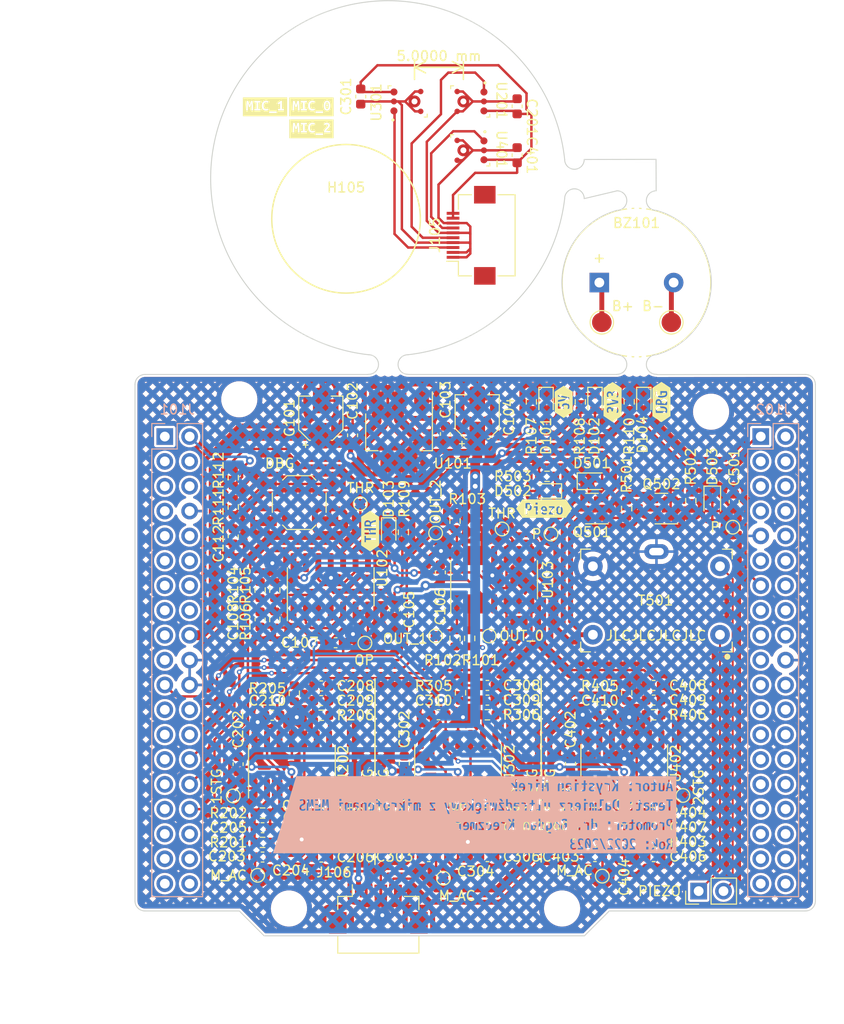
<source format=kicad_pcb>
(kicad_pcb (version 20211014) (generator pcbnew)
  (layers (0 "F.Cu" signal) (31 "B.Cu" signal) (34 "B.Paste" user) (35 "F.Paste" user) (36 "B.SilkS" user "B.Silkscreen") (37 "F.SilkS" user "F.Silkscreen") (38 "B.Mask" user) (39 "F.Mask" user) (44 "Edge.Cuts" user))
  (net 0 "")
  (net 1 "+5V")
  (net 2 "GND")
  (net 3 "+3V3")
  (net 4 "OPERATING_POINT")
  (net 5 "Net-(C108-Pad1)")
  (net 6 "Net-(C203-Pad2)")
  (net 7 "Net-(C204-Pad2)")
  (net 8 "Net-(C205-Pad1)")
  (net 9 "Net-(C205-Pad2)")
  (net 10 "Net-(C206-Pad2)")
  (net 11 "Net-(C207-Pad1)")
  (net 12 "Net-(C207-Pad2)")
  (net 13 "Net-(C208-Pad2)")
  (net 14 "Net-(C209-Pad1)")
  (net 15 "MIC_0")
  (net 16 "Net-(C303-Pad2)")
  (net 17 "Net-(C304-Pad2)")
  (net 18 "Net-(C305-Pad1)")
  (net 19 "Net-(C305-Pad2)")
  (net 20 "Net-(C306-Pad2)")
  (net 21 "Net-(C307-Pad1)")
  (net 22 "Net-(C307-Pad2)")
  (net 23 "Net-(C308-Pad2)")
  (net 24 "Net-(C309-Pad1)")
  (net 25 "MIC_1")
  (net 26 "Net-(C403-Pad2)")
  (net 27 "Net-(C404-Pad2)")
  (net 28 "Net-(C405-Pad1)")
  (net 29 "Net-(C405-Pad2)")
  (net 30 "Net-(C406-Pad2)")
  (net 31 "Net-(C407-Pad1)")
  (net 32 "Net-(C407-Pad2)")
  (net 33 "Net-(C408-Pad2)")
  (net 34 "Net-(C409-Pad1)")
  (net 35 "MIC_2")
  (net 36 "OUT_0")
  (net 37 "OUT_1")
  (net 38 "OUT_2")
  (net 39 "PIEZO")
  (net 40 "THRESHOLD_MCU")
  (net 42 "Net-(D101-Pad1)")
  (net 43 "THRESHOLD_OP")
  (net 44 "Net-(U102-Pad1)")
  (net 45 "Net-(U102-Pad12)")
  (net 48 "Net-(D102-Pad1)")
  (net 49 "Net-(D103-Pad1)")
  (net 50 "Net-(D502-Pad1)")
  (net 51 "GNDA")
  (net 52 "Net-(BZ101-Pad1)")
  (net 53 "Net-(BZ101-Pad2)")
  (net 63 "IOREF")
  (net 81 "Net-(C112-Pad1)")
  (net 82 "/MIC_0/MIC_RAW")
  (net 116 "/MIC_1/MIC_RAW")
  (net 117 "/MIC_2/MIC_RAW")
  (net 118 "Net-(C501-Pad1)")
  (net 119 "Net-(D104-Pad1)")
  (net 120 "DBG_LED")
  (net 121 "Net-(D501-Pad1)")
  (net 122 "DBG_BUT")
  (net 123 "/TRANSMITER/BUZZER+")
  (net 124 "/TRANSMITER/BUZZER-")
  (net 125 "Net-(Q501-Pad1)")
  (net 126 "Net-(Q502-Pad1)")
  (net 127 "Net-(Q502-Pad3)")
  (net 128 "Net-(J105-Pad3)")
  (net 129 "Net-(J105-Pad5)")
  (net 130 "Net-(J105-Pad7)")
  (footprint "Capacitor_SMD:C_0603_1608Metric" (layer "F.Cu") (at 102.25 114.7 180)
    (fp_text reference "C310")
    (fp_text value "100n")
  )
  (footprint "Capacitor_SMD:C_0603_1608Metric" (layer "F.Cu") (at 84.25 129.25 180)
    (fp_text reference "C203")
    (fp_text value "2n")
  )
  (footprint "kibuzzard-6361BD58" (layer "F.Cu") (at 125.052333 82.716106 90)
    (fp_text reference "kibuzzard-6361BD58" hide)
    (fp_text value "G***" hide)
  )
  (footprint "Resistor_SMD:R_0603_1608Metric" (layer "F.Cu") (at 121.494 93.616 -90)
    (fp_text reference "R501")
    (fp_text value "22R")
  )
  (footprint "MountingHole:MountingHole_3.2mm_M3" (layer "F.Cu") (at 114.89 134.51)
    (fp_text reference "H101" hide)
    (fp_text value "MountingHole")
  )
  (footprint "Resistor_SMD:R_0603_1608Metric" (layer "F.Cu") (at 107.25 114.7)
    (fp_text reference "R306")
    (fp_text value "100k")
  )
  (footprint "Package_TO_SOT_SMD:SOT-23" (layer "F.Cu") (at 117.938 93.616 180)
    (fp_text reference "Q501")
    (fp_text value "SS8550")
  )
  (footprint "Resistor_SMD:R_0603_1608Metric" (layer "F.Cu") (at 113.352333 90.316106)
    (fp_text reference "R503")
    (fp_text value "1k")
  )
  (footprint "LED_SMD:LED_0603_1608Metric" (layer "F.Cu") (at 118.252333 82.7 -90)
    (fp_text reference "D102")
    (fp_text value "3V3")
  )
  (footprint "Capacitor_SMD:C_0603_1608Metric" (layer "F.Cu") (at 124.25 113.2)
    (fp_text reference "C409")
    (fp_text value "39p")
  )
  (footprint "Capacitor_SMD:CP_Elec_4x3" (layer "F.Cu") (at 106.2095 84.233 90)
    (fp_text reference "C104")
    (fp_text value "10u")
  )
  (footprint "Resistor_SMD:R_0603_1608Metric" (layer "F.Cu") (at 87.5 112.5 -90)
    (fp_text reference "R205")
    (fp_text value "500R")
  )
  (footprint "Capacitor_SMD:C_0603_1608Metric" (layer "F.Cu") (at 115.75 119.7 90)
    (fp_text reference "C402")
    (fp_text value "100n")
  )
  (footprint "Connector_PinHeader_2.54mm:PinHeader_1x02_P2.54mm_Vertical" (layer "F.Cu") (at 128.86 132.732 90)
    (fp_text reference "J104")
    (fp_text value "PIEZO")
  )
  (footprint "Capacitor_SMD:CP_Elec_4x3" (layer "F.Cu") (at 90.2095 84.3705 90)
    (fp_text reference "C101")
    (fp_text value "10u")
  )
  (footprint "Button_Switch_SMD:SW_SPST_TL3342" (layer "F.Cu") (at 88 93.002)
    (fp_text reference "SW101")
    (fp_text value "DBG")
  )
  (footprint "MountingHole:MountingHole_3.2mm_M3" (layer "F.Cu") (at 86.95 134.51)
    (fp_text reference "H102" hide)
    (fp_text value "MountingHole")
  )
  (footprint "Package_TO_SOT_SMD:SOT-223-3_TabPin2" (layer "F.Cu") (at 98.2095 85.783 -90)
    (fp_text reference "U101")
    (fp_text value "LM1117-3.3")
  )
  (footprint "Capacitor_SMD:C_0603_1608Metric" (layer "F.Cu") (at 90.25 113.25)
    (fp_text reference "C209")
    (fp_text value "39p")
  )
  (footprint "Resistor_SMD:R_0603_1608Metric" (layer "F.Cu") (at 128.052333 92.816106 90)
    (fp_text reference "R502")
    (fp_text value "2.2k")
  )
  (footprint "Resistor_SMD:R_0603_1608Metric" (layer "F.Cu") (at 101.25 124.7)
    (fp_text reference "R302")
    (fp_text value "25.5k")
  )
  (footprint "Capacitor_SMD:C_0603_1608Metric" (layer "F.Cu") (at 93.4595 86.1205 90)
    (fp_text reference "C102")
    (fp_text value "100n")
  )
  (footprint "Capacitor_SMD:C_0603_1608Metric" (layer "F.Cu") (at 87.152333 128.016106 90)
    (fp_text reference "C204")
    (fp_text value "1n")
  )
  (footprint "Capacitor_SMD:C_0603_1608Metric" (layer "F.Cu") (at 81.25 96.45 -90)
    (fp_text reference "C112")
    (fp_text value "100n")
  )
  (footprint "SPU0410:SPU0410LR5H-QB" (layer "F.Cu") (at 104.792 51.980106 -90)
    (fp_text reference "U201")
    (fp_text value "SPU0410LR5H-QB")
  )
  (footprint "Capacitor_SMD:C_0603_1608Metric" (layer "F.Cu") (at 84.25 126.25)
    (fp_text reference "C205")
    (fp_text value "117p")
  )
  (footprint "TestPoint:TestPoint_Pad_D2.0mm" (layer "F.Cu") (at 126.066 74.566)
    (fp_text reference "TP108")
    (fp_text value "B-")
  )
  (footprint "Capacitor_SMD:C_0603_1608Metric" (layer "F.Cu") (at 90.25 126.25)
    (fp_text reference "C207")
    (fp_text value "117p")
  )
  (footprint "Resistor_SMD:R_0603_1608Metric" (layer "F.Cu") (at 121.752333 82.7 90)
    (fp_text reference "R110")
    (fp_text value "1k")
  )
  (footprint "kibuzzard-6361C7A3" (layer "F.Cu") (at 95.252333 95.916106 90)
    (fp_text reference "kibuzzard-6361C7A3" hide)
    (fp_text value "G***" hide)
  )
  (footprint "Resistor_SMD:R_0603_1608Metric" (layer "F.Cu") (at 81.25 93.45 90)
    (fp_text reference "R111")
    (fp_text value "1k")
  )
  (footprint "Resistor_SMD:R_0603_1608Metric" (layer "F.Cu") (at 85.5 104.95 -90)
    (fp_text reference "R106")
    (fp_text value "5.1k")
  )
  (footprint "Capacitor_SMD:C_0603_1608Metric" (layer "F.Cu") (at 101.25 126.2)
    (fp_text reference "C305")
    (fp_text value "117p")
  )
  (footprint "Panelization:mouse-bite-2mm-slot" (layer "F.Cu") (at 116.152333 59.916106 90)
    (fp_text reference "mouse-bite-2mm-slot" hide)
    (fp_text value "VAL**" hide)
    (fp_arc (start 2 1) (mid 1 0) (end 2 -1) (layer "Edge.Cuts") (width 0.1))
    (fp_arc (start -2 -1) (mid -1 0) (end -2 1) (layer "Edge.Cuts") (width 0.1))
  )
  (footprint "Resistor_SMD:R_0603_1608Metric" (layer "F.Cu") (at 103.936 106.89 90)
    (fp_text reference "R102")
    (fp_text value "100k")
  )
  (footprint "Resistor_SMD:R_0603_1608Metric" (layer "F.Cu") (at 90.25 127.75 180)
    (fp_text reference "R203")
    (fp_text value "500R")
  )
  (footprint "Capacitor_SMD:C_0603_1608Metric" (layer "F.Cu") (at 91.72 107.33)
    (fp_text reference "C107")
    (fp_text value "100n")
  )
  (footprint "Resistor_SMD:R_0603_1608Metric" (layer "F.Cu") (at 84.25 124.75)
    (fp_text reference "R202")
    (fp_text value "25.5k")
  )
  (footprint "TestPoint:TestPoint_Pad_D1.0mm" (layer "F.Cu") (at 94.252333 93.116106 90)
    (fp_text reference "TP106")
    (fp_text value "THR")
  )
  (footprint "MountingHole:MountingHole_3.2mm_M3" (layer "F.Cu") (at 81.87 82.44)
    (fp_text reference "H104")
    (fp_text value "MountingHole")
  )
  (footprint "Capacitor_SMD:C_0603_1608Metric" (layer "F.Cu") (at 81.75 119.75 90)
    (fp_text reference "C202")
    (fp_text value "100n")
  )
  (footprint "LED_SMD:LED_0603_1608Metric" (layer "F.Cu") (at 113.25 82.7 -90)
    (fp_text reference "D101")
    (fp_text value "5V")
  )
  (footprint "TestPoint:TestPoint_Pad_D1.0mm" (layer "F.Cu") (at 104.252333 125.116106 90)
    (fp_text reference "TP304")
    (fp_text value "OP")
  )
  (footprint "LED_SMD:LED_0603_1608Metric" (layer "F.Cu") (at 113.352333 91.816106 180)
    (fp_text reference "D502")
    (fp_text value "BLUE")
  )
  (footprint "Capacitor_SMD:C_0603_1608Metric" (layer "F.Cu") (at 124.25 111.7 180)
    (fp_text reference "C408")
    (fp_text value "2n")
  )
  (footprint "Capacitor_SMD:C_0603_1608Metric" (layer "F.Cu") (at 118.25 126.2)
    (fp_text reference "C405")
    (fp_text value "117p")
  )
  (footprint "Capacitor_SMD:C_0603_1608Metric" (layer "F.Cu") (at 107.25 113.2)
    (fp_text reference "C309")
    (fp_text value "39p")
  )
  (footprint "SPU0410:SPU0410LR5H-QB" (layer "F.Cu") (at 104.792 56.980106 -90)
    (fp_text reference "U401")
    (fp_text value "SPU0410LR5H-QB")
  )
  (footprint "Resistor_SMD:R_0603_1608Metric" (layer "F.Cu") (at 84 101.95 90)
    (fp_text reference "R104")
    (fp_text value "100k")
  )
  (footprint "Resistor_SMD:R_0603_1608Metric" (layer "F.Cu") (at 85.5 101.95 -90)
    (fp_text reference "R105")
    (fp_text value "5.1k")
  )
  (footprint "Capacitor_SMD:C_0603_1608Metric" (layer "F.Cu") (at 110.292 57.480106 90)
    (fp_text reference "C401")
    (fp_text value "100n")
  )
  (footprint "Panelization:mouse-bite-2mm-slot" (layer "F.Cu") (at 122.51 62.12)
    (fp_text reference "mouse-bite-2mm-slot" hide)
    (fp_text value "VAL**" hide)
    (fp_arc (start -2 -1) (mid -1 0) (end -2 1) (layer "Edge.Cuts") (width 0.1))
    (fp_arc (start 2 1) (mid 1 0) (end 2 -1) (layer "Edge.Cuts") (width 0.1))
  )
  (footprint "Resistor_SMD:R_0603_1608Metric" (layer "F.Cu") (at 90.25 124.75)
    (fp_text reference "R204")
    (fp_text value "51k")
  )
  (footprint "Package_SO:SOIC-14_3.9x8.7mm_P1.27mm" (layer "F.Cu") (at 121.25 119.7 90)
    (fp_text reference "U402")
    (fp_text value "MCP6L04x-xSL")
  )
  (footprint "Capacitor_SMD:C_0603_1608Metric" (layer "F.Cu") (at 94.292 51.480106 -90)
    (fp_text reference "C301")
    (fp_text value "100n")
  )
  (footprint "Capacitor_SMD:C_0603_1608Metric" (layer "F.Cu") (at 104.25 127.7 90)
    (fp_text reference "C304")
    (fp_text value "1n")
  )
  (footprint "Package_SO:SOIC-14_3.9x8.7mm_P1.27mm" (layer "F.Cu") (at 91.22 101.62 90)
    (fp_text reference "U102")
    (fp_text value "MCP6L04x-xSL")
  )
  (footprint "Capacitor_SMD:C_0603_1608Metric" (layer "F.Cu") (at 124.25 129.2)
    (fp_text reference "C406")
    (fp_text value "2n")
  )
  (footprint "Resistor_SMD:R_0603_1608Metric" (layer "F.Cu") (at 118.25 127.7 180)
    (fp_text reference "R401")
    (fp_text value "500R")
  )
  (footprint "kibuzzard-636196FE" (layer "F.Cu") (at 89.25 54.782106)
    (fp_text reference "kibuzzard-636196FE" hide)
    (fp_text value "G***" hide)
  )
  (footprint "Resistor_SMD:R_0603_1608Metric" (layer "F.Cu") (at 103.936 94.89 -90)
    (fp_text reference "R103")
    (fp_text value "100k")
  )
  (footprint "Resistor_SMD:R_0603_1608Metric" (layer "F.Cu") (at 111.75 82.7 90)
    (fp_text reference "R107")
    (fp_text value "4.7k")
  )
  (footprint "TestPoint:TestPoint_Pad_D1.0mm" (layer "F.Cu") (at 102.752333 131.416106 90)
    (fp_text reference "TP301")
    (fp_text value "M_AC")
  )
  (footprint "Package_TO_SOT_SMD:SOT-23" (layer "F.Cu") (at 125.05 93.616 180)
    (fp_text reference "Q502")
    (fp_text value "MMBT3904")
  )
  (footprint "Capacitor_SMD:C_0603_1608Metric" (layer "F.Cu") (at 110.292 52.480106 90)
    (fp_text reference "C201")
    (fp_text value "100n")
  )
  (footprint "TestPoint:TestPoint_Pad_D1.0mm" (layer "F.Cu") (at 121.25 125.2 90)
    (fp_text reference "TP404")
    (fp_text value "OP")
  )
  (footprint "MountingHole:MountingHole_3.2mm_M3" (layer "F.Cu") (at 130.13 83.71)
    (fp_text reference "H103")
    (fp_text value "MountingHole")
  )
  (footprint "Capacitor_SMD:C_0603_1608Metric" (layer "F.Cu") (at 121.25 127.95 90)
    (fp_text reference "C404")
    (fp_text value "1n")
  )
  (footprint "kibuzzard-6361BD82" (layer "F.Cu") (at 120.052333 82.716106 90)
    (fp_text reference "kibuzzard-6361BD82" hide)
    (fp_text value "G***" hide)
  )
  (footprint "TestPoint:TestPoint_Pad_D1.0mm" (layer "F.Cu") (at 127.25 122.95 90)
    (fp_text reference "TP403")
    (fp_text value "2STG")
  )
  (footprint "Resistor_SMD:R_0603_1608Metric" (layer "F.Cu") (at 121.5 112.45 -90)
    (fp_text reference "R405")
    (fp_text value "500R")
  )
  (footprint "Panelization:mouse-bite-2mm-slot" (layer "F.Cu") (at 97.11 78.884)
    (fp_text reference "mouse-bite-2mm-slot" hide)
    (fp_text value "VAL**" hide)
    (fp_arc (start -2 -1) (mid -1 0) (end -2 1) (layer "Edge.Cuts") (width 0.1))
    (fp_arc (start 2 1) (mid 1 0) (end 2 -1) (layer "Edge.Cuts") (width 0.1))
  )
  (footprint "Capacitor_SMD:C_0603_1608Metric" (layer "F.Cu") (at 102.9595 85.983 90)
    (fp_text reference "C103")
    (fp_text value "100n")
  )
  (footprint "Capacitor_SMD:C_0603_1608Metric" (layer "F.Cu") (at 119.25 114.7 180)
    (fp_text reference "C410")
    (fp_text value "100n")
  )
  (footprint "Capacitor_SMD:C_0603_1608Metric" (layer "F.Cu") (at 107.25 111.7 180)
    (fp_text reference "C308")
    (fp_text value "2n")
  )
  (footprint "Capacitor_SMD:C_0603_1608Metric" (layer "F.Cu") (at 107.25 126.2)
    (fp_text reference "C307")
    (fp_text value "117p")
  )
  (footprint "Package_SO:SOIC-14_3.9x8.7mm_P1.27mm" (layer "F.Cu") (at 104.25 119.7 90)
    (fp_text reference "U302")
    (fp_text value "MCP6L04x-xSL")
  )
  (footprint "MountingHole:MountingHole_2.2mm_M2" (layer "F.Cu") (at 92.792 63.980106)
    (fp_text reference "H105")
    (fp_text value "BuzzerHole")
  )
  (footprint "TestPoint:TestPoint_Pad_D1.0mm" (layer "F.Cu") (at 101.936 106.64 90)
    (fp_text reference "TP104")
    (fp_text value "OUT_1")
  )
  (footprint "TestPoint:TestPoint_Pad_D1.0mm" (layer "F.Cu") (at 115.25 122.95 90)
    (fp_text reference "TP402")
    (fp_text value "1STG")
  )
  (footprint "Resistor_SMD:R_0603_1608Metric" (layer "F.Cu") (at 124.25 127.7 180)
    (fp_text reference "R403")
    (fp_text value "500R")
  )
  (footprint "kibuzzard-636196F7" (layer "F.Cu") (at 89.25 52.532106)
    (fp_text reference "kibuzzard-636196F7" hide)
    (fp_text value "G***" hide)
  )
  (footprint "TestPoint:TestPoint_Pad_D1.0mm" (layer "F.Cu") (at 110.25 122.95 90)
    (fp_text reference "TP303")
    (fp_text value "2STG")
  )
  (footprint "Capacitor_SMD:C_0603_1608Metric" (layer "F.Cu") (at 85.25 114.75 180)
    (fp_text reference "C210")
    (fp_text value "100n")
  )
  (footprint "TestPoint:TestPoint_Pad_D1.0mm" (layer "F.Cu") (at 108.75 95.7 90)
    (fp_text reference "TP101")
    (fp_text value "THR")
  )
  (footprint "Capacitor_SMD:C_0603_1608Metric" (layer "F.Cu") (at 98.75 119.7 90)
    (fp_text reference "C302")
    (fp_text value "100n")
  )
  (footprint "Buzzer_Beeper:Buzzer_15x7.5RM7.6" (layer "F.Cu") (at 118.7 70.502)
    (fp_text reference "BZ101")
    (fp_text value "Buzzer")
  )
  (footprint "kibuzzard-636196D3" (layer "F.Cu") (at 84.5 52.532106)
    (fp_text reference "kibuzzard-636196D3" hide)
    (fp_text value "G***" hide)
  )
  (footprint "Package_SO:SOIC-14_3.9x8.7mm_P1.27mm" (layer "F.Cu") (at 107.936 100.89 90)
    (fp_text reference "U103")
    (fp_text value "LM239D")
  )
  (footprint "Resistor_SMD:R_0603_1608Metric" (layer "F.Cu") (at 101.25 127.7 180)
    (fp_text reference "R301")
    (fp_text value "500R")
  )
  (footprint "TestPoint:TestPoint_Pad_D1.0mm" (layer "F.Cu") (at 113.752333 96.216106)
    (fp_text reference "TP501")
    (fp_text value "P")
  )
  (footprint "Capacitor_SMD:C_0603_1608Metric" (layer "F.Cu") (at 107.25 129.2)
    (fp_text reference "C306")
    (fp_text value "2n")
  )
  (footprint "Resistor_SMD:R_0603_1608Metric" (layer "F.Cu") (at 116.752333 82.7 90)
    (fp_text reference "R108")
    (fp_text value "2.2k")
  )
  (footprint "Capacitor_SMD:C_0603_1608Metric" (layer "F.Cu") (at 124.25 126.2)
    (fp_text reference "C407")
    (fp_text value "117p")
  )
  (footprint "Capacitor_SMD:C_0603_1608Metric" (layer "F.Cu") (at 90.25 129.25)
    (fp_text reference "C206")
    (fp_text value "2n")
  )
  (footprint "Diode_SMD:D_SOD-323" (layer "F.Cu") (at 117.938 90.822)
    (fp_text reference "D501")
    (fp_text value "1N5819WS")
  )
  (footprint "Resistor_SMD:R_0603_1608Metric" (layer "F.Cu") (at 118.25 124.7)
    (fp_text reference "R402")
    (fp_text value "25.5k")
  )
  (footprint "TestPoint:TestPoint_Pad_D1.0mm" (layer "F.Cu") (at 81.25 123 90)
    (fp_text reference "TP202")
    (fp_text value "1STG")
  )
  (footprint "TestPoint:TestPoint_Pad_D1.0mm" (layer "F.Cu") (at 83.752333 131.116106 90)
    (fp_text reference "TP201")
    (fp_text value "M_AC")
  )
  (footprint "LED_SMD:LED_0603_1608Metric" (layer "F.Cu") (at 97.152333 96.041106 -90)
    (fp_text reference "D103")
    (fp_text value "THOLD")
  )
  (footprint "Resistor_SMD:R_0603_1608Metric" (layer "F.Cu") (at 124.25 114.7)
    (fp_text reference "R406")
    (fp_text value "100k")
  )
  (footprint "TestPoint:TestPoint_Pad_D1.0mm" (layer "F.Cu") (at 98.25 122.95 90)
    (fp_text reference "TP302")
    (fp_text value "1STG")
  )
  (footprint "LED_SMD:LED_0603_1608Metric" (layer "F.Cu") (at 123.252333 82.7 -90)
    (fp_text reference "D104")
    (fp_text value "DBG")
  )
  (footprint "Resistor_SMD:R_0603_1608Metric" (layer "F.Cu") (at 104.5 112.45 -90)
    (fp_text reference "R305")
    (fp_text value "500R")
  )
  (footprint "Capacitor_SMD:C_0603_1608Metric" (layer "F.Cu") (at 118.25 129.2)
    (fp_text reference "C403")
    (fp_text value "2n")
  )
  (footprint "Panelization:mouse-bite-2mm-slot" (layer "F.Cu") (at 122.51 78.884)
    (fp_text reference "mouse-bite-2mm-slot" hide)
    (fp_text value "VAL**" hide)
    (fp_arc (start 2 1) (mid 1 0) (end 2 -1) (layer "Edge.Cuts") (width 0.1))
    (fp_arc (start -2 -1) (mid -1 0) (end -2 1) (layer "Edge.Cuts") (width 0.1))
  )
  (footprint "Resistor_SMD:R_0603_1608Metric" (layer "F.Cu") (at 98.652333 96.041106 90)
    (fp_text reference "R109")
    (fp_text value "1k")
  )
  (footprint "Resistor_SMD:R_0603_1608Metric" (layer "F.Cu") (at 90.25 114.75)
    (fp_text reference "R206")
    (fp_text value "100k")
  )
  (footprint "TestPoint:TestPoint_Pad_D1.0mm" (layer "F.Cu") (at 93.25 123 90)
    (fp_text reference "TP203")
    (fp_text value "2STG")
  )
  (footprint "Resistor_SMD:R_0603_1608Metric" (layer "F.Cu") (at 124.25 124.7)
    (fp_text reference "R404")
    (fp_text value "51k")
  )
  (footprint "Capacitor_SMD:C_0603_1608Metric" (layer "F.Cu") (at 132.5 92.916106 90)
    (fp_text reference "C501")
    (fp_text value "100n")
  )
  (footprint "Resistor_SMD:R_0603_1608Metric" (layer "F.Cu") (at 107.25 127.7 180)
    (fp_text reference "R303")
    (fp_text value "500R")
  )
  (footprint "TestPoint:TestPoint_Pad_D1.0mm" (layer "F.Cu") (at 132.352333 95.516106)
    (fp_text reference "TP502")
    (fp_text value "P")
  )
  (footprint "kibuzzard-6361C7DF" (layer "F.Cu") (at 113.052333 93.616106)
    (fp_text reference "kibuzzard-6361C7DF" hide)
    (fp_text value "G***" hide)
  )
  (footprint "Connector_FFC-FPC:Hirose_FH12-10S-0.5SH_1x10-1MP_P0.50mm_Horizontal" (layer "F.Cu") (at 96.094 134.576)
    (fp_text reference "J106")
    (fp_text value "FPC")
  )
  (footprint "Diode_SMD:D_SOD-323" (layer "F.Cu") (at 130.252333 92.816106 -90)
    (fp_text reference "D503")
    (fp_text value "1N5819WS")
  )
  (footprint "Resistor_SMD:R_0603_1608Metric" (layer "F.Cu") (at 107.25 124.7)
    (fp_text reference "R304")
    (fp_text value "51k")
  )
  (footprint "Resistor_SMD:R_0603_1608Metric" (layer "F.Cu") (at 81.25 90.45 -90)
    (fp_text reference "R112")
    (fp_text value "10k")
  )
  (footprint "TestPoint:TestPoint_Pad_D2.0mm" (layer "F.Cu") (at 118.954 74.566)
    (fp_text reference "TP107")
    (fp_text value "B+")
  )
  (footprint "Transformer:Transformer_shielded_8x13.5" (layer "F.Cu") (at 124.542 103.014 180)
    (fp_text reference "T501")
    (fp_text value "Transformer_Audio")
  )
  (footprint "TestPoint:TestPoint_Pad_D1.0mm" (layer "F.Cu") (at 119 131.2 90)
    (fp_text reference "TP401")
    (fp_text value "M_AC")
  )
  (footprint "TestPoint:TestPoint_Pad_D1.0mm" (layer "F.Cu") (at 107.436 106.64 180)
    (fp_text reference "TP103")
    (fp_text value "OUT_0")
  )
  (footprint "TestPoint:TestPoint_Pad_D1.0mm" (layer "F.Cu") (at 87.152333 125.216106 90)
    (fp_text reference "TP204")
    (fp_text value "OP")
  )
  (footprint "Capacitor_SMD:C_0603_1608Metric" (layer "F.Cu") (at 97.75 103.95 -90)
    (fp_text reference "C105")
    (fp_text value "100n")
  )
  (footprint "TestPoint:TestPoint_Pad_D1.0mm" (layer "F.Cu") (at 94.72 107.37 180)
    (fp_text reference "TP102")
    (fp_text value "OP")
  )
  (footprint "Resistor_SMD:R_0603_1608Metric" (layer "F.Cu") (at 105.436 106.89 90)
    (fp_text reference "R101")
    (fp_text value "100k")
  )
  (footprint "Package_SO:SOIC-14_3.9x8.7mm_P1.27mm" (layer "F.Cu") (at 87.25 119.75 90)
    (fp_text reference "U202")
    (fp_text value "MCP6L04x-xSL")
  )
  (footprint "Connector_FFC-FPC:Hirose_FH12-10S-0.5SH_1x10-1MP_P0.50mm_Horizontal" (layer "F.Cu") (at 105.582249 65.667857 90)
    (fp_text reference "J105")
    (fp_text value "FPC")
  )
  (footprint "kibuzzard-6361BD6E" (layer "F.Cu") (at 115.052333 82.7 90)
    (fp_text reference "kibuzzard-6361BD6E" hide)
    (fp_text value "G***" hide)
  )
  (footprint "TestPoint:TestPoint_Pad_D1.0mm" (layer "F.Cu") (at 101.952333 96.116106 90)
    (fp_text reference "TP105")
    (fp_text value "OUT_2")
  )
  (footprint "Capacitor_SMD:C_0603_1608Metric" (layer "F.Cu") (at 102.436 100.14 90)
    (fp_text reference "C106")
    (fp_text value "100n")
  )
  (footprint "SPU0410:SPU0410LR5H-QB" (layer "F.Cu") (at 99.792 51.980106 90)
    (fp_text reference "U301")
    (fp_text value "SPU0410LR5H-QB")
  )
  (footprint "Resistor_SMD:R_0603_1608Metric" (layer "F.Cu") (at 84.25 127.75 180)
    (fp_text reference "R201")
    (fp_text value "500R")
  )
  (footprint "Capacitor_SMD:C_0603_1608Metric" (layer "F.Cu") (at 84 104.95 -90)
    (fp_text reference "C108")
    (fp_text value "100n")
  )
  (footprint "Capacitor_SMD:C_0603_1608Metric" (layer "F.Cu") (at 90.25 111.75 180)
    (fp_text reference "C208")
    (fp_text value "2n")
  )
  (footprint "Capacitor_SMD:C_0603_1608Metric" (layer "F.Cu") (at 101.25 129.2)
    (fp_text reference "C303")
    (fp_text value "2n")
  )
  (footprint "Connector_PinSocket_2.54mm:PinSocket_2x19_P2.54mm_Vertical" (layer "B.Cu") (at 135.21 86.25 180)
    (fp_text reference "J102")
    (fp_text value "SHIELD_RIGHT")
  )
  (footprint "Connector_PinSocket_2.54mm:PinSocket_2x19_P2.54mm_Vertical" (layer "B.Cu") (at 74.25 86.25 180)
    (fp_text reference "J101")
    (fp_text value "SHIELD_LEFT")
  )
  (footprint "kibuzzard-6361BCC4" (layer "B.Cu") (at 105.952333 124.916106 180)
    (fp_text reference "kibuzzard-6361BCC4" hide)
    (fp_text value "G***" hide)
  )
  (gr_line (start 112.75 110.752) (end 112.75 129.752) (layer "F.SilkS") (width 0.15))
  (gr_circle (center 92.792 63.980106) (end 92.792 56.380106) (layer "F.SilkS") (width 0.15) (fill none))
  (gr_line (start 95.75 130.002) (end 95.75 111.002) (layer "F.SilkS") (width 0.15))
  (gr_line (start 120.5 79.9) (end 120.51 79.884) (layer "Edge.Cuts") (width 0.1))
  (gr_line (start 99.252333 79.9) (end 99.11 79.884) (layer "Edge.Cuts") (width 0.1))
  (gr_line (start 71.202 133.748) (end 71.202 80.916) (layer "Edge.Cuts") (width 0.1))
  (gr_arc (start 115.152333 61.916106) (mid 109.917776 72.699653) (end 99.11 77.884) (layer "Edge.Cuts") (width 0.1))
  (gr_arc (start 124.51 63.12) (mid 130.151815 70.502) (end 124.51 77.884) (layer "Edge.Cuts") (width 0.1))
  (gr_line (start 99.252333 79.9) (end 120.5 79.9) (layer "Edge.Cuts") (width 0.1))
  (gr_line (start 124.652333 79.916106) (end 139.782 79.9) (layer "Edge.Cuts") (width 0.1))
  (gr_arc (start 71.202 80.916) (mid 71.49958 80.19758) (end 72.218 79.9) (layer "Edge.Cuts") (width 0.1))
  (gr_line (start 117.152333 57.916106) (end 124.5 57.902) (layer "Edge.Cuts") (width 0.1))
  (gr_line (start 119.716 134.764) (end 139.782 134.764) (layer "Edge.Cuts") (width 0.1))
  (gr_line (start 81.87 134.764) (end 84.41 137.304) (layer "Edge.Cuts") (width 0.1))
  (gr_line (start 140.798 80.916) (end 140.798 133.748) (layer "Edge.Cuts") (width 0.1))
  (gr_arc (start 72.218 134.764) (mid 71.49958 134.46642) (end 71.202 133.748) (layer "Edge.Cuts") (width 0.1))
  (gr_line (start 124.5 57.902) (end 124.51 61.12) (layer "Edge.Cuts") (width 0.1))
  (gr_line (start 84.41 137.304) (end 117.176 137.304) (layer "Edge.Cuts") (width 0.1))
  (gr_line (start 124.652333 79.916106) (end 124.51 79.884) (layer "Edge.Cuts") (width 0.1))
  (gr_line (start 120.51 61.12) (end 117.152333 61.916106) (layer "Edge.Cuts") (width 0.1))
  (gr_line (start 117.176 137.304) (end 119.716 134.764) (layer "Edge.Cuts") (width 0.1))
  (gr_line (start 94.952333 79.9) (end 95.11 79.884) (layer "Edge.Cuts") (width 0.1))
  (gr_arc (start 139.782 79.9) (mid 140.50042 80.19758) (end 140.798 80.916) (layer "Edge.Cuts") (width 0.1))
  (gr_line (start 94.952333 79.9) (end 72.218 79.9) (layer "Edge.Cuts") (width 0.1))
  (gr_arc (start 120.51 77.884) (mid 114.872482 70.502) (end 120.51 63.12) (layer "Edge.Cuts") (width 0.1))
  (gr_arc (start 140.798 133.748) (mid 140.50042 134.46642) (end 139.782 134.764) (layer "Edge.Cuts") (width 0.1))
  (gr_line (start 72.218 134.764) (end 81.87 134.764) (layer "Edge.Cuts") (width 0.1))
  (gr_arc (start 95.11 77.884) (mid 84.281993 46.973153) (end 115.152333 57.916106) (layer "Edge.Cuts") (width 0.1))
  (gr_text "JLCJLCJLCJLC" (at 124.5 106.602) (layer "F.SilkS") (effects (font (size 1 1))))
  (dimension (type aligned) (layer "F.SilkS") (pts (xy 99.792 50.230106) (xy 104.792 50.230106)) (height -1.75) (gr_text "5,0000 mm" (at 102.292 47.330106) (layer "F.SilkS") (effects (font (size 1 1) (thickness 0.15)))) (format (units 3) (units_format 1) (precision 4)) (style (thickness 0.15) (arrow_length 1.27) (text_position_mode 0) (extension_height 0.58642) (extension_offset 0.5) keep_text_aligned))
  (segment (start 90.9345 86.8955) (end 90.2095 86.1705) (width 1) (layer "F.Cu") (net 1))
  (segment (start 93.692648 86.8955) (end 93.4595 86.8955) (width 1) (layer "F.Cu") (net 1))
  (segment (start 118.8755 92.666) (end 119.034 92.666) (width 0.5) (layer "F.Cu") (net 1))
  (segment (start 93.252333 87.102667) (end 93.4595 86.8955) (width 0.5) (layer "F.Cu") (net 1))
  (segment (start 79.25 105.218439) (end 79.25 89.2) (width 1) (layer "F.Cu") (net 1))
  (segment (start 93.4595 86.8955) (end 90.9345 86.8955) (width 1) (layer "F.Cu") (net 1))
  (segment (start 111.75 85.218439) (end 111.352333 85.616106) (width 0.25) (layer "F.Cu") (net 1))
  (segment (start 119.034 92.666) (end 120.25 91.45) (width 0.5) (layer "F.Cu") (net 1))
  (segment (start 82.2795 86.1705) (end 90.2095 86.1705) (width 1) (layer "F.Cu") (net 1))
  (segment (start 93.252333 88.216106) (end 93.252333 87.102667) (width 0.5) (layer "F.Cu") (net 1))
  (segment (start 95.9095 84.678648) (end 93.692648 86.8955) (width 1) (layer "F.Cu") (net 1))
  (segment (start 119 87.95) (end 108.75 87.95) (width 0.5) (layer "F.Cu") (net 1))
  (segment (start 120.25 91.45) (end 120.25 89.2) (width 0.5) (layer "F.Cu") (net 1))
  (segment (start 95.9095 82.633) (end 95.9095 84.678648) (width 1) (layer "F.Cu") (net 1))
  (segment (start 120.25 89.2) (end 119 87.95) (width 0.5) (layer "F.Cu") (net 1))
  (segment (start 111.75 83.525) (end 111.75 85.218439) (width 0.25) (layer "F.Cu") (net 1))
  (segment (start 77.898439 106.57) (end 79.25 105.218439) (width 1) (layer "F.Cu") (net 1))
  (segment (start 76.79 106.57) (end 77.898439 106.57) (width 1) (layer "F.Cu") (net 1))
  (segment (start 79.25 89.2) (end 82.2795 86.1705) (width 1) (layer "F.Cu") (net 1))
  (via (at 111.352333 85.616106) (size 0.8) (drill 0.4) (layers "F.Cu" "B.Cu") (net 1))
  (via (at 93.252333 88.216106) (size 0.8) (drill 0.4) (layers "F.Cu" "B.Cu") (net 1))
  (via (at 108.75 87.95) (size 0.8) (drill 0.4) (layers "F.Cu" "B.Cu") (net 1))
  (segment (start 96.486227 91.45) (end 100.75 91.45) (width 0.5) (layer "B.Cu") (net 1))
  (segment (start 103.5 88.7) (end 108 88.7) (width 0.5) (layer "B.Cu") (net 1))
  (segment (start 108 88.7) (end 108.75 87.95) (width 0.5) (layer "B.Cu") (net 1))
  (segment (start 109.018439 87.95) (end 108.75 87.95) (width 0.25) (layer "B.Cu") (net 1))
  (segment (start 100.75 91.45) (end 103.5 88.7) (width 0.5) (layer "B.Cu") (net 1))
  (segment (start 93.252333 88.216106) (end 96.486227 91.45) (width 0.5) (layer "B.Cu") (net 1))
  (segment (start 111.352333 85.616106) (end 109.018439 87.95) (width 0.25) (layer "B.Cu") (net 1))
  (segment (start 101.05 56.103106) (end 101.05 64.19571) (width 0.25) (layer "F.Cu") (net 2))
  (segment (start 102.272147 65.417857) (end 103.732249 65.417857) (width 0.25) (layer "F.Cu") (net 2))
  (segment (start 105.385751 65.417857) (end 105.5 65.532106) (width 0.25) (layer "F.Cu") (net 2))
  (segment (start 101.05 64.19571) (end 102.272147 65.417857) (width 0.25) (layer "F.Cu") (net 2))
  (segment (start 105.114249 67.917857) (end 103.732249 67.917857) (width 0.25) (layer "F.Cu") (net 2))
  (segment (start 99.845333 52.995106) (end 98.830333 51.980106) (width 0.25) (layer "F.Cu") (net 2))
  (segment (start 104.738667 52.995106) (end 105.753667 51.980106) (width 0.25) (layer "F.Cu") (net 2))
  (segment (start 98.121749 51.980106) (end 98.5 52.358357) (width 0.25) (layer "F.Cu") (net 2))
  (segment (start 105.5 67.532106) (end 105.114249 67.917857) (width 0.25) (layer "F.Cu") (net 2))
  (segment (start 100.426 52.995106) (end 99.845333 52.995106) (width 0.25) (layer "F.Cu") (net 2))
  (segment (start 102.782249 64.417857) (end 102.25 63.885608) (width 0.25) (layer "F.Cu") (net 2))
  (segment (start 97.689 51.980106) (end 98.121749 51.980106) (width 0.25) (layer "F.Cu") (net 2))
  (segment (start 91.25 99.175) (end 91.22 99.145) (width 0.25) (layer "F.Cu") (net 2))
  (segment (start 110.017 51.980106) (end 106.895 51.980106) (width 0.25) (layer "F.Cu") (net 2))
  (segment (start 97.689 51.980106) (end 98.830333 51.980106) (width 0.25) (layer "F.Cu") (net 2))
  (segment (start 105.135751 64.417857) (end 105.5 64.782106) (width 0.25) (layer "F.Cu") (net 2))
  (segment (start 106.895 56.980106) (end 105.753667 56.980106) (width 0.25) (layer "F.Cu") (net 2))
  (segment (start 104.738667 50.965106) (end 104.158 50.965106) (width 0.25) (layer "F.Cu") (net 2))
  (segment (start 96.844 134.106) (end 96.75 134.2) (width 0.25) (layer "F.Cu") (net 2))
  (segment (start 110.292 51.705106) (end 110.017 51.980106) (width 0.25) (layer "F.Cu") (net 2))
  (segment (start 91.25 100.7) (end 91.25 99.175) (width 0.25) (layer "F.Cu") (net 2))
  (segment (start 95.844 134.106) (end 95.75 134.2) (width 0.25) (layer "F.Cu") (net 2))
  (segment (start 94.844 132.726) (end 94.844 134.106) (width 0.25) (layer "F.Cu") (net 2))
  (segment (start 104.158 57.995106) (end 104.738667 57.995106) (width 0.25) (layer "F.Cu") (net 2))
  (segment (start 98.5 52.358357) (end 98.5 65.032106) (width 0.25) (layer "F.Cu") (net 2))
  (segment (start 103.732249 64.417857) (end 105.135751 64.417857) (width 0.25) (layer "F.Cu") (net 2))
  (segment (start 95.844 132.726) (end 95.844 134.106) (width 0.25) (layer "F.Cu") (net 2))
  (segment (start 102.25 60.483773) (end 105.753667 56.980106) (width 0.25) (layer "F.Cu") (net 2))
  (segment (start 105.753667 51.980106) (end 104.738667 50.965106) (width 0.25) (layer "F.Cu") (net 2))
  (segment (start 105.5 64.782106) (end 105.5 65.532106) (width 0.25) (layer "F.Cu") (net 2))
  (segment (start 94.567 51.980106) (end 94.292 52.255106) (width 0.25) (layer "F.Cu") (net 2))
  (segment (start 99.845333 50.965106) (end 100.426 50.965106) (width 0.25) (layer "F.Cu") (net 2))
  (segment (start 99.885751 66.417857) (end 103.732249 66.417857) (width 0.25) (layer "F.Cu") (net 2))
  (segment (start 106.895 56.980106) (end 110.017 56.980106) (width 0.25) (layer "F.Cu") (net 2))
  (segment (start 105.5 66.532106) (end 105.5 67.032106) (width 0.25) (layer "F.Cu") (net 2))
  (segment (start 105.5 67.032106) (end 105.5 67.532106) (width 0.25) (layer "F.Cu") (net 2))
  (segment (start 103.732249 67.417857) (end 105.114249 67.417857) (width 0.25) (layer "F.Cu") (net 2))
  (segment (start 104.738667 55.965106) (end 104.158 55.965106) (width 0.25) (layer "F.Cu") (net 2))
  (segment (start 105.114249 67.417857) (end 105.5 67.032106) (width 0.25) (layer "F.Cu") (net 2))
  (segment (start 104.158 52.995106) (end 104.738667 52.995106) (width 0.25) (layer "F.Cu") (net 2))
  (segment (start 98.830333 51.980106) (end 99.845333 50.965106) (width 0.25) (layer "F.Cu") (net 2))
  (segment (start 104.158 52.995106) (end 101.05 56.103106) (width 0.25) (layer "F.Cu") (net 2))
  (segment (start 103.732249 64.417857) (end 102.782249 64.417857) (width 0.25) (layer "F.Cu") (net 2))
  (segment (start 103.732249 65.417857) (end 105.385751 65.417857) (width 0.25) (layer "F.Cu") (net 2))
  (segment (start 105.753667 56.980106) (end 104.738667 55.965106) (width 0.25) (layer "F.Cu") (net 2))
  (segment (start 110.017 56.980106) (end 110.292 56.705106) (width 0.25) (layer "F.Cu") (net 2))
  (segment (start 102.25 63.885608) (end 102.25 60.483773) (width 0.25) (layer "F.Cu") (net 2))
  (segment (start 105.5 65.532106) (end 105.5 66.532106) (width 0.25) (layer "F.Cu") (net 2))
  (segment (start 103.732249 66.417857) (end 105.385751 66.417857) (width 0.25) (layer "F.Cu") (net 2))
  (segment (start 97.689 51.980106) (end 94.567 51.980106) (width 0.25) (layer "F.Cu") (net 2))
  (segment (start 96.844 132.726) (end 96.844 134.106) (width 0.25) (layer "F.Cu") (net 2))
  (segment (start 104.738667 57.995106) (end 105.753667 56.980106) (width 0.25) (layer "F.Cu") (net 2))
  (segment (start 105.385751 66.417857) (end 105.5 66.532106) (width 0.25) (layer "F.Cu") (net 2))
  (segment (start 98.5 65.032106) (end 99.885751 66.417857) (width 0.25) (layer "F.Cu") (net 2))
  (segment (start 106.895 51.980106) (end 105.753667 51.980106) (width 0.25) (layer "F.Cu") (net 2))
  (via (at 102.5 97.95) (size 0.8) (drill 0.4) (layers "F.Cu" "B.Cu") (net 2))
  (via (at 104.75 114.95) (size 0.8) (drill 0.4) (layers "F.Cu" "B.Cu") (net 2))
  (via (at 122.25 127.95) (size 0.8) (drill 0.4) (layers "F.Cu" "B.Cu") (net 2))
  (via (at 83.75 115.45) (size 0.8) (drill 0.4) (layers "F.Cu" "B.Cu") (net 2))
  (via (at 117 114.7) (size 0.8) (drill 0.4) (layers "F.Cu" "B.Cu") (net 2))
  (via (at 121.75 114.95) (size 0.8) (drill 0.4) (layers "F.Cu" "B.Cu") (net 2))
  (via (at 91.25 100.7) (size 0.8) (drill 0.4) (layers "F.Cu" "B.Cu") (net 2))
  (via (at 118.5 89.2) (size 0.8) (drill 0.4) (layers "F.Cu" "B.Cu") (net 2))
  (via (at 105.25 127.7) (size 0.8) (drill 0.4) (layers "F.Cu" "B.Cu") (net 2))
  (via (at 107.75 100.45) (size 0.8) (drill 0.4) (layers "F.Cu" "B.Cu") (net 2))
  (via (at 85.25 99.2) (size 0.8) (drill 0.4) (layers "F.Cu" "B.Cu") (net 2))
  (via (at 96.5 135.2) (size 0.8) (drill 0.4) (layers "F.Cu" "B.Cu") (net 2))
  (via (at 121.25 119.2) (size 0.8) (drill 0.4) (layers "F.Cu" "B.Cu") (net 2))
  (via (at 87.75 114.95) (size 0.8) (drill 0.4) (layers "F.Cu" "B.Cu") (net 2))
  (via (at 88.25 127.45) (size 0.8) (drill 0.4) (layers "F.Cu" "B.Cu") (net 2))
  (via (at 93.5 106.45) (size 0.8) (drill 0.4) (layers "F.Cu" "B.Cu") (net 2))
  (segment (start 98.2095 84.533) (end 98.2095 82.633) (width 1) (layer "F.Cu") (net 3))
  (segment (start 88.352333 88.716106) (end 92.452333 88.716106) (width 0.25) (layer "F.Cu") (net 3))
  (segment (start 119.661227 85.616106) (end 117.652333 85.616106) (width 0.25) (layer "F.Cu") (net 3))
  (segment (start 87.25 122.225) (end 87.25 120.586) (width 0.25) (layer "F.Cu") (net 3))
  (segment (start 111.25 52.782106) (end 111.25 51.152) (width 0.25) (layer "F.Cu") (net 3))
  (segment (start 103.732249 61.549857) (end 106 59.282106) (width 0.25) (layer "F.Cu") (net 3))
  (segment (start 106 59.282106) (end 110.25 59.282106) (width 0.25) (layer "F.Cu") (net 3))
  (segment (start 98.939 120.286) (end 98.75 120.475) (width 0.25) (layer "F.Cu") (net 3))
  (segment (start 82.243 120.032) (end 81.75 120.525) (width 0.25) (layer "F.Cu") (net 3))
  (segment (start 114.636 120.032) (end 115.307 120.032) (width 0.25) (layer "F.Cu") (net 3))
  (segment (start 97 102.7) (end 91.75 102.7) (width 0.25) (layer "F.Cu") (net 3))
  (segment (start 106 88.79) (end 106 90.314) (width 1) (layer "F.Cu") (net 3))
  (segment (start 87.25 120.586) (end 87.204 120.54) (width 0.25) (layer "F.Cu") (net 3))
  (segment (start 111.723 53.255106) (end 111.25 52.782106) (width 0.25) (layer "F.Cu") (net 3))
  (segment (start 100.3845 86.758) (end 100.4345 86.758) (width 1) (layer "F.Cu") (net 3))
  (segment (start 110.292 58.255106) (end 111.75 56.797106) (width 0.25) (layer "F.Cu") (net 3))
  (segment (start 87.152333 87.516106) (end 88.352333 88.716106) (width 0.25) (layer "F.Cu") (net 3))
  (segment (start 96.852333 90.716106) (end 98.2095 89.358939) (width 0.25) (layer "F.Cu") (net 3))
  (segment (start 121.25 120.55) (end 121.24 120.54) (width 0.25) (layer "F.Cu") (net 3))
  (segment (start 106.666 102.366) (end 105.215 100.915) (width 0.25) (layer "F.Cu") (net 3))
  (segment (start 97.75 103.175) (end 97.75 102.218439) (width 0.25) (layer "F.Cu") (net 3))
  (segment (start 109.983 52.946106) (end 106.895 52.946106) (width 0.25) (layer "F.Cu") (net 3))
  (segment (start 94.452333 90.716106) (end 96.852333 90.716106) (width 0.25) (layer "F.Cu") (net 3))
  (segment (start 106.895 57.946106) (end 109.983 57.946106) (width 0.25) (layer "F.Cu") (net 3))
  (segment (start 94.062 131.4245) (end 94.062 132.224) (width 0.5) (layer "F.Cu") (net 3))
  (segment (start 92.452333 88.716106) (end 94.452333 90.716106) (width 0.25) (layer "F.Cu") (net 3))
  (segment (start 109.983 57.946106) (end 110.292 58.255106) (width 0.25) (layer "F.Cu") (net 3))
  (segment (start 82.452333 87.516106) (end 87.152333 87.516106) (width 0.25) (layer "F.Cu") (net 3))
  (segment (start 104.25 120.568) (end 104.222 120.54) (width 0.25) (layer "F.Cu") (net 3))
  (segment (start 103.936 107.715) (end 105.436 107.715) (width 0.25) (layer "F.Cu") (net 3))
  (segment (start 106.2095 86.033) (end 106.2095 88.5805) (width 1) (layer "F.Cu") (net 3))
  (segment (start 111.75 53.282106) (end 111.723 53.255106) (width 0.25) (layer "F.Cu") (net 3))
  (segment (start 103.936 94.065) (end 103.936 93.394) (width 0.25) (layer "F.Cu") (net 3))
  (segment (start 91.75 102.7) (end 91.22 103.23) (width 0.25) (layer "F.Cu") (net 3))
  (segment (start 96 48.282106) (end 94.292 49.990106) (width 0.25) (layer "F.Cu") (net 3))
  (segment (start 103.936 93.394) (end 106 91.33) (width 0.25) (layer "F.Cu") (net 3))
  (segment (start 97.75 103.175) (end 97.475 103.175) (width 0.25) (layer "F.Cu") (net 3))
  (segment (start 100.92 101.49) (end 101.861 101.49) (width 0.5) (layer "F.Cu") (net 3))
  (segment (start 94.292 49.990106) (end 94.292 50.705106) (width 0.25) (layer "F.Cu") (net 3))
  (segment (start 97.689 51.014106) (end 94.601 51.014106) (width 0.25) (layer "F.Cu") (net 3))
  (segment (start 115.307 120.032) (end 115.75 120.475) (width 0.25) (layer "F.Cu") (net 3))
  (segment (start 97.75 102.218439) (end 98.052333 101.916106) (width 0.25) (layer "F.Cu") (net 3))
  (segment (start 98.725 120.45) (end 98.75 120.475) (width 0.5) (layer "F.Cu") (net 3))
  (segment (start 116.752333 84.716106) (end 116.752333 84.516106) (width 0.25) (layer "F.Cu") (net 3))
  (segment (start 106.637 107.715) (end 106.762 107.84) (width 0.25) (layer "F.Cu") (net 3))
  (segment (start 105.436 107.715) (end 106.637 107.715) (width 0.25) (layer "F.Cu") (net 3))
  (segment (start 100.4345 86.758) (end 98.2095 84.533) (width 1) (layer "F.Cu") (net 3))
  (segment (start 102.9595 86.758) (end 105.4845 86.758) (width 1) (layer "F.Cu") (net 3))
  (segment (start 106 90.314) (end 106 91.33) (width 1) (layer "F.Cu") (net 3))
  (segment (start 105.4845 86.758) (end 106.2095 86.033) (width 1) (layer "F.Cu") (net 3))
  (segment (start 98.2095 88.933) (end 100.3845 86.758) (width 1) (layer "F.Cu") (net 3))
  (segment (start 111.75 56.797106) (end 111.75 53.282106) (width 0.25) (layer "F.Cu") (net 3))
  (segment (start 108.380106 48.282106) (end 96 48.282106) (width 0.25) (layer "F.Cu") (net 3))
  (segment (start 91.22 102.67) (end 91.22 104.095) (width 0.25) (layer "F.Cu") (net 3))
  (segment (start 98.652333 96.866106) (end 98.55 96.968439) (width 0.25) (layer "F.Cu") (net 3))
  (segment (start 94.601 51.014106) (end 94.292 50.705106) (width 0.25) (layer "F.Cu") (net 3))
  (segment (start 81.25 89.625) (end 81.25 88.718439) (width 0.25) (layer "F.Cu") (net 3))
  (segment (start 110.292 59.240106) (end 110.292 58.255106) (width 0.25) (layer "F.Cu") (net 3))
  (segment (start 117.652333 85.616106) (end 116.752333 84.716106) (width 0.25) (layer "F.Cu") (net 3))
  (segment (start 83.14 120.032) (end 82.243 120.032) (width 0.25) (layer "F.Cu") (net 3))
  (segment (start 98.55 96.968439) (end 98.55 101.418439) (width 0.25) (layer "F.Cu") (net 3))
  (segment (start 111.25 51.152) (end 108.380106 48.282106) (width 0.25) (layer "F.Cu") (net 3))
  (segment (start 100.158 120.286) (end 98.939 120.286) (width 0.25) (layer "F.Cu") (net 3))
  (segment (start 116.752333 84.516106) (end 116.752333 83.525) (width 0.25) (layer "F.Cu") (net 3))
  (segment (start 87.25 101.95) (end 90.5 101.95) (width 0.25) (layer "F.Cu") (net 3))
  (segment (start 98.2095 89.358939) (end 98.2095 88.933) (width 0.25) (layer "F.Cu") (net 3))
  (segment (start 110.292 53.255106) (end 109.983 52.946106) (width 0.25) (layer "F.Cu") (net 3))
  (segment (start 98.55 101.418439) (end 98.052333 101.916106) (width 0.25) (layer "F.Cu") (net 3))
  (segment (start 116.752333 84.516106) (end 114.752333 86.516106) (width 0.25) (layer "F.Cu") (net 3))
  (segment (start 105.215 100.915) (end 102.436 100.915) (width 0.25) (layer "F.Cu") (net 3))
  (segment (start 110.25 59.282106) (end 110.292 59.240106) (width 0.25) (layer "F.Cu") (net 3))
  (segment (start 111.723 53.255106) (end 110.292 53.255106) (width 0.25) (layer "F.Cu") (net 3))
  (segment (start 106.2095 88.5805) (end 106 88.79) (width 1) (layer "F.Cu") (net 3))
  (segment (start 86.425 101.125) (end 87.25 101.95) (width 0.25) (layer "F.Cu") (net 3))
  (segment (start 90.5 101.95) (end 91.22 102.67) (width 0.25) (layer "F.Cu") (net 3))
  (segment (start 91.22 103.23) (end 91.22 104.095) (width 0.25) (layer "F.Cu") (net 3))
  (segment (start 114.752333 86.516106) (end 106.692606 86.516106) (width 0.25) (layer "F.Cu") (net 3))
  (segment (start 81.25 88.718439) (end 82.452333 87.516106) (width 0.25) (layer "F.Cu") (net 3))
  (segment (start 97.5 120.45) (end 98.725 120.45) (width 0.5) (layer "F.Cu") (net 3))
  (segment (start 103.732249 63.917857) (end 103.732249 61.549857) (width 0.25) (layer "F.Cu") (net 3))
  (segment (start 102.9595 86.758) (end 100.4345 86.758) (width 1) (layer "F.Cu") (net 3))
  (segment (start 101.861 101.49) (end 102.436 100.915) (width 0.5) (layer "F.Cu") (net 3))
  (segment (start 121.752333 83.525) (end 119.661227 85.616106) (width 0.25) (layer "F.Cu") (net 3))
  (segment (start 104.25 122.175) (end 104.25 120.568) (width 0.25) (layer "F.Cu") (net 3))
  (segment (start 121.25 122.175) (end 121.25 120.55) (width 0.25) (layer "F.Cu") (net 3))
  (segment (start 106.692606 86.516106) (end 106.2095 86.033) (width 0.25) (layer "F.Cu") (net 3))
  (segment (start 94.062 132.224) (end 94.062 132.732) (width 0.5) (layer "F.Cu") (net 3))
  (segment (start 106.666 103.365) (end 106.666 102.366) (width 0.25) (layer "F.Cu") (net 3))
  (segment (start 97.475 103.175) (end 97 102.7) (width 0.25) (layer "F.Cu") (net 3))
  (segment (start 85.5 101.125) (end 86.425 101.125) (width 0.25) (layer "F.Cu") (net 3))
  (via (at 106 91.33) (size 1) (drill 0.5) (layers "F.Cu" "B.Cu") (net 3))
  (via (at 106.762 107.84) (size 0.5) (drill 0.25) (layers "F.Cu" "B.Cu") (net 3))
  (via (at 87.204 120.54) (size 0.8) (drill 0.4) (layers "F.Cu" "B.Cu") (net 3))
  (via (at 97.5 120.45) (size 1) (drill 0.5) (layers "F.Cu" "B.Cu") (net 3))
  (via (at 83.14 120.032) (size 0.8) (drill 0.4) (layers "F.Cu" "B.Cu") (net 3))
  (via (at 100.92 101.49) (size 1) (drill 0.5) (layers "F.Cu" "B.Cu") (net 3))
  (via (at 114.636 120.032) (size 0.8) (drill 0.4) (layers "F.Cu" "B.Cu") (net 3))
  (via (at 121.24 120.54) (size 0.8) (drill 0.4) (layers "F.Cu" "B.Cu") (net 3))
  (via (at 94.062 131.4245) (size 0.8) (drill 0.4) (layers "F.Cu" "B.Cu") (net 3))
  (via (at 100.158 120.286) (size 0.8) (drill 0.4) (layers "F.Cu" "B.Cu") (net 3))
  (via (at 106 90.314) (size 1) (drill 0.5) (layers "F.Cu" "B.Cu") (net 3))
  (via (at 104.222 120.54) (size 0.8) (drill 0.4) (layers "F.Cu" "B.Cu") (net 3))
  (via (at 98.052333 101.916106) (size 0.8) (drill 0.4) (layers "F.Cu" "B.Cu") (net 3))
  (segment (start 83.648 119.016) (end 83.14 119.524) (width 0.5) (layer "B.Cu") (net 3))
  (segment (start 103.968 120.286) (end 100.158 120.286) (width 0.25) (layer "B.Cu") (net 3))
  (segment (start 105.66 115.8) (end 102.532 115.8) (width 0.5) (layer "B.Cu") (net 3))
  (segment (start 97.5 120.2) (end 97.5 120.45) (width 0.5) (layer "B.Cu") (net 3))
  (segment (start 114.636 120.032) (end 110.572 120.032) (width 0.5) (layer "B.Cu") (net 3))
  (segment (start 120.732 120.032) (end 121.24 120.54) (width 0.25) (layer "B.Cu") (net 3))
  (segment (start 98.052333 101.916106) (end 98.018439 101.95) (width 0.25) (layer "B.Cu") (net 3))
  (segment (start 114.636 120.032) (end 120.732 120.032) (width 0.25) (layer "B.Cu") (net 3))
  (segment (start 100.493894 101.916106) (end 100.92 101.49) (width 0.5) (layer "B.Cu") (net 3))
  (segment (start 106.762 107.84) (end 106 107.84) (width 0.25) (layer "B.Cu") (net 3))
  (segment (start 110.572 120.032) (end 106 115.46) (width 0.5) (layer "B.Cu") (net 3))
  (segment (start 100.92 101.49) (end 105.46 101.49) (width 0.5) (layer "B.Cu") (net 3))
  (segment (start 98.052333 101.916106) (end 100.493894 101.916106) (width 0.5) (layer "B.Cu") (net 3))
  (segment (start 104.222 120.54) (end 103.968 120.286) (width 0.25) (layer "B.Cu") (net 3))
  (segment (start 94.824 119.016) (end 83.648 119.016) (width 0.5) (layer "B.Cu") (net 3))
  (segment (start 106 98.95) (end 106 107.84) (width 1) (layer "B.Cu") (net 3))
  (segment (start 87.204 120.54) (end 86.696 120.032) (width 0.25) (layer "B.Cu") (net 3))
  (segment (start 102.532 115.8) (end 99.316 119.016) (width 0.5) (layer "B.Cu") (net 3))
  (segment (start 96.316 119.016) (end 94.824 119.016) (width 0.5) (layer "B.Cu") (net 3))
  (segment (start 106 100.95) (end 106 98.95) (width 0.5) (layer "B.Cu") (net 3))
  (segment (start 106 107.84) (end 106 115.46) (width 1) (layer "B.Cu") (net 3))
  (segment (start 105.46 101.49) (end 106 100.95) (width 0.5) (layer "B.Cu") (net 3))
  (segment (start 106 90.314) (end 106 98.95) (width 1) (layer "B.Cu") (net 3))
  (segment (start 99.316 119.016) (end 96.316 119.016) (width 0.5) (layer "B.Cu") (net 3))
  (segment (start 94.824 119.016) (end 94.062 119.778) (width 0.5) (layer "B.Cu") (net 3))
  (segment (start 83.14 119.524) (end 83.14 120.032) (width 0.5) (layer "B.Cu") (net 3))
  (segment (start 96.316 119.016) (end 97.5 120.2) (width 0.5) (layer "B.Cu") (net 3))
  (segment (start 86.696 120.032) (end 83.14 120.032) (width 0.25) (layer "B.Cu") (net 3))
  (segment (start 106 115.46) (end 105.66 115.8) (width 0.5) (layer "B.Cu") (net 3))
  (segment (start 94.062 119.778) (end 94.062 131.4245) (width 0.5) (layer "B.Cu") (net 3))
  (segment (start 102.98 117.225) (end 102.98 114.745) (width 0.25) (layer "F.Cu") (net 4))
  (segment (start 92.445 105.83) (end 92.97 105.83) (width 0.25) (layer "F.Cu") (net 4))
  (segment (start 90.945 107.33) (end 92.445 105.83) (width 0.25) (layer "F.Cu") (net 4))
  (segment (start 120.025 114.7) (end 120.025 113.725) (width 0.25) (layer "F.Cu") (net 4))
  (segment (start 113 116.45) (end 116.25 113.2) (width 0.25) (layer "F.Cu") (net 4))
  (segment (start 89.62 107.33) (end 89.5 107.45) (width 0.25) (layer "F.Cu") (net 4))
  (segment (start 119.98 114.745) (end 119.98 117.225) (width 0.25) (layer "F.Cu") (net 4))
  (segment (start 116.25 113.2) (end 119.5 113.2) (width 0.25) (layer "F.Cu") (net 4))
  (segment (start 120.025 113.725) (end 119.5 113.2) (width 0.25) (layer "F.Cu") (net 4))
  (segment (start 102.5 114.175) (end 103.025 114.7) (width 0.25) (layer "F.Cu") (net 4))
  (segment (start 94.72 107.37) (end 95.03 107.06) (width 0.25) (layer "F.Cu") (net 4))
  (segment (start 102.5 113.2) (end 102.5 114.175) (width 0.25) (layer "F.Cu") (net 4))
  (segment (start 93.76 105.04) (end 93.76 104.095) (width 0.25) (layer "F.Cu") (net 4))
  (segment (start 120.025 114.7) (end 119.98 114.745) (width 0.25) (layer "F.Cu") (net 4))
  (segment (start 85.75 113.2) (end 85.75 114.475) (width 0.25) (layer "F.Cu") (net 4))
  (segment (start 95.03 104.095) (end 93.76 104.095) (width 0.25) (layer "F.Cu") (net 4))
  (segment (start 102.98 117.225) (end 102.98 118.18) (width 0.25) (layer "F.Cu") (net 4))
  (segment (start 85.98 114.795) (end 86.025 114.75) (width 0.25) (layer "F.Cu") (net 4))
  (segment (start 113 121.2) (end 113 116.45) (width 0.25) (layer "F.Cu") (net 4))
  (segment (start 102.98 118.18) (end 104.25 119.45) (width 0.25) (layer "F.Cu") (net 4))
  (segment (start 95.03 107.06) (end 95.03 104.095) (width 0.25) (layer "F.Cu") (net 4))
  (segment (start 85.98 117.275) (end 85.98 114.795) (width 0.25) (layer "F.Cu") (net 4))
  (segment (start 102.98 114.745) (end 103.025 114.7) (width 0.25) (layer "F.Cu") (net 4))
  (segment (start 92.97 105.83) (end 93.76 105.04) (width 0.25) (layer "F.Cu") (net 4))
  (segment (start 85.75 114.475) (end 86.025 114.75) (width 0.25) (layer "F.Cu") (net 4))
  (segment (start 90.945 107.33) (end 89.62 107.33) (width 0.25) (layer "F.Cu") (net 4))
  (via (at 89.5 107.45) (size 0.8) (drill 0.4) (layers "F.Cu" "B.Cu") (net 4))
  (via (at 85.75 113.2) (size 0.8) (drill 0.4) (layers "F.Cu" "B.Cu") (net 4))
  (via (at 102.5 113.2) (size 0.8) (drill 0.4) (layers "F.Cu" "B.Cu") (net 4))
  (via (at 113 121.2) (size 0.5) (drill 0.25) (layers "F.Cu" "B.Cu") (net 4))
  (via (at 104.25 119.45) (size 0.5) (drill 0.25) (layers "F.Cu" "B.Cu") (net 4))
  (segment (start 107.75 119.45) (end 109.25 120.95) (width 0.25) (layer "B.Cu") (net 4))
  (segment (start 97.75 108.45) (end 89.5 108.45) (width 0.25) (layer "B.Cu") (net 4))
  (segment (start 89.5 107.45) (end 89.5 108.45) (width 0.25) (layer "B.Cu") (net 4))
  (segment (start 104.25 119.45) (end 107.75 119.45) (width 0.25) (layer "B.Cu") (net 4))
  (segment (start 109.25 120.95) (end 109.5 121.2) (width 0.25) (layer "B.Cu") (net 4))
  (segment (start 89.5 108.45) (end 89.5 109.45) (width 0.25) (layer "B.Cu") (net 4))
  (segment (start 109.5 121.2) (end 113 121.2) (width 0.25) (layer "B.Cu") (net 4))
  (segment (start 89.5 109.45) (end 85.75 113.2) (width 0.25) (layer "B.Cu") (net 4))
  (segment (start 102.5 113.2) (end 97.75 108.45) (width 0.25) (layer "B.Cu") (net 4))
  (segment (start 84 104.175) (end 85.45 104.175) (width 0.25) (layer "F.Cu") (net 5))
  (segment (start 89.95 104.095) (end 89.95 102.9) (width 0.25) (layer "F.Cu") (net 5))
  (segment (start 89.5 102.45) (end 85.825 102.45) (width 0.25) (layer "F.Cu") (net 5))
  (segment (start 85.45 104.175) (end 85.5 104.125) (width 0.25) (layer "F.Cu") (net 5))
  (segment (start 85.825 102.45) (end 85.5 102.775) (width 0.25) (layer "F.Cu") (net 5))
  (segment (start 85.5 102.775) (end 85.5 104.125) (width 0.25) (layer "F.Cu") (net 5))
  (segment (start 89.95 102.9) (end 89.5 102.45) (width 0.25) (layer "F.Cu") (net 5))
  (segment (start 83.475 130.838773) (end 83.752333 131.116106) (width 0.25) (layer "F.Cu") (net 6))
  (segment (start 83.575 129.25) (end 85.075 127.75) (width 0.25) (layer "F.Cu") (net 6))
  (segment (start 83.475 129.25) (end 83.575 129.25) (width 0.25) (layer "F.Cu") (net 6))
  (segment (start 83.475 129.25) (end 83.475 130.838773) (width 0.25) (layer "F.Cu") (net 6))
  (segment (start 87.152333 125.216106) (end 87.152333 127.241106) (width 0.25) (layer "F.Cu") (net 7))
  (segment (start 85.98 120.48) (end 84.71 119.21) (width 0.25) (layer "F.Cu") (net 7))
  (segment (start 85.98 122.225) (end 85.98 120.48) (width 0.25) (layer "F.Cu") (net 7))
  (segment (start 88.52 123.848439) (end 88.52 122.225) (width 0.25) (layer "F.Cu") (net 7))
  (segment (start 88.52 122.225) (end 88.52 117.275) (width 0.25) (layer "F.Cu") (net 7))
  (segment (start 84.71 119.21) (end 84.71 117.275) (width 0.25) (layer "F.Cu") (net 7))
  (segment (start 83.44 117.275) (end 84.71 117.275) (width 0.25) (layer "F.Cu") (net 7))
  (segment (start 87.152333 125.216106) (end 88.52 123.848439) (width 0.25) (layer "F.Cu") (net 7))
  (segment (start 85.98 122.225) (end 85.98 124.043773) (width 0.25) (layer "F.Cu") (net 7))
  (segment (start 85.98 124.043773) (end 87.152333 125.216106) (width 0.25) (layer "F.Cu") (net 7))
  (segment (start 84.71 123.465) (end 83.425 124.75) (width 0.25) (layer "F.Cu") (net 8))
  (segment (start 83.425 124.75) (end 83.425 127.75) (width 0.25) (layer "F.Cu") (net 8))
  (segment (start 83.44 126.215) (end 83.475 126.25) (width 0.25) (layer "F.Cu") (net 8))
  (segment (start 84.71 122.225) (end 84.71 123.465) (width 0.25) (layer "F.Cu") (net 8))
  (segment (start 88.908 129.25) (end 89.475 129.25) (width 0.25) (layer "F.Cu") (net 9))
  (segment (start 85.075 124.75) (end 85.335 124.49) (width 0.25) (layer "F.Cu") (net 9))
  (segment (start 85.335 121.035) (end 85 120.7) (width 0.25) (layer "F.Cu") (net 9))
  (segment (start 85 120.7) (end 84 120.7) (width 0.25) (layer "F.Cu") (net 9))
  (segment (start 85.025 126.25) (end 86 127.225) (width 0.25) (layer "F.Cu") (net 9))
  (segment (start 86.696 129.938) (end 88.22 129.938) (width 0.25) (layer "F.Cu") (net 9))
  (segment (start 85.025 124.8) (end 85.075 124.75) (width 0.25) (layer "F.Cu") (net 9))
  (segment (start 81.25 123) (end 82.025 122.225) (width 0.25) (layer "F.Cu") (net 9))
  (segment (start 86 127.225) (end 86 129.242) (width 0.25) (layer "F.Cu") (net 9))
  (segment (start 85.025 126.25) (end 85.025 124.8) (width 0.25) (layer "F.Cu") (net 9))
  (segment (start 85.335 124.49) (end 85.335 121.035) (width 0.25) (layer "F.Cu") (net 9))
  (segment (start 88.22 129.938) (end 88.908 129.25) (width 0.25) (layer "F.Cu") (net 9))
  (segment (start 83.44 121.26) (end 83.44 122.225) (width 0.25) (layer "F.Cu") (net 9))
  (segment (start 82.025 122.225) (end 83.44 122.225) (width 0.25) (layer "F.Cu") (net 9))
  (segment (start 84 120.7) (end 83.44 121.26) (width 0.25) (layer "F.Cu") (net 9))
  (segment (start 86 129.242) (end 86.696 129.938) (width 0.25) (layer "F.Cu") (net 9))
  (segment (start 91.075 127.75) (end 91.075 129.2) (width 0.25) (layer "F.Cu") (net 10))
  (segment (start 91.075 129.2) (end 91.025 129.25) (width 0.25) (layer "F.Cu") (net 10))
  (segment (start 89.425 127.75) (end 89.425 124.75) (width 0.25) (layer "F.Cu") (net 11))
  (segment (start 89.79 122.225) (end 89.79 124.385) (width 0.25) (layer "F.Cu") (net 11))
  (segment (start 89.79 124.385) (end 89.425 124.75) (width 0.25) (layer "F.Cu") (net 11))
  (segment (start 91.06 122.225) (end 91.06 126.215) (width 0.25) (layer "F.Cu") (net 12))
  (segment (start 93.25 123) (end 92.475 122.225) (width 0.25) (layer "F.Cu") (net 12))
  (segment (start 91.06 126.215) (end 91.025 126.25) (width 0.25) (layer "F.Cu") (net 12))
  (segment (start 92 111.75) (end 93 112.75) (width 0.25) (layer "F.Cu") (net 12))
  (segment (start 93 112.75) (end 93 120.285) (width 0.25) (layer "F.Cu") (net 12))
  (segment (start 91.025 111.75) (end 92 111.75) (width 0.25) (layer "F.Cu") (net 12))
  (segment (start 92.475 122.225) (end 91.06 122.225) (width 0.25) (layer "F.Cu") (net 12))
  (segment (start 93 120.285) (end 91.06 122.225) (width 0.25) (layer "F.Cu") (net 12))
  (segment (start 87.575 111.75) (end 87.5 111.675) (width 0.25) (layer "F.Cu") (net 13))
  (segment (start 89.475 111.75) (end 87.575 111.75) (width 0.25) (layer "F.Cu") (net 13))
  (segment (start 89.79 117.275) (end 89.79 115.115) (width 0.25) (layer "F.Cu") (net 14))
  (segment (start 89.425 114.75) (end 89.425 113.3) (width 0.25) (layer "F.Cu") (net 14))
  (segment (start 89.79 115.115) (end 89.425 114.75) (width 0.25) (layer "F.Cu") (net 14))
  (segment (start 87.5 113.325) (end 89.4 113.325) (width 0.25) (layer "F.Cu") (net 14))
  (segment (start 89.425 113.3) (end 89.475 113.25) (width 0.25) (layer "F.Cu") (net 14))
  (segment (start 89.4 113.325) (end 89.475 113.25) (width 0.25) (layer "F.Cu") (net 14))
  (segment (start 91.075 113.3) (end 91.025 113.25) (width 0.25) (layer "F.Cu") (net 15))
  (segment (start 109.206 103.365) (end 109.206 107.428) (width 0.25) (layer "F.Cu") (net 15))
  (segment (start 102.382 110.95) (end 90.572183 110.95) (width 0.25) (layer "F.Cu") (net 15))
  (segment (start 91.06 114.765) (end 91.075 114.75) (width 0.25) (layer "F.Cu") (net 15))
  (segment (start 91.075 114.75) (end 91.075 113.3) (width 0.25) (layer "F.Cu") (net 15))
  (segment (start 109.206 107.428) (end 106.508 110.126) (width 0.25) (layer "F.Cu") (net 15))
  (segment (start 90.572183 110.95) (end 90.25 111.272183) (width 0.25) (layer "F.Cu") (net 15))
  (segment (start 103.206 110.126) (end 102.382 110.95) (width 0.25) (layer "F.Cu") (net 15))
  (segment (start 91.06 117.275) (end 91.06 114.765) (width 0.25) (layer "F.Cu") (net 15))
  (segment (start 106.508 110.126) (end 103.206 110.126) (width 0.25) (layer "F.Cu") (net 15))
  (segment (start 90.25 112.475) (end 91.025 113.25) (width 0.25) (layer "F.Cu") (net 15))
  (segment (start 90.25 111.272183) (end 90.25 112.475) (width 0.25) (layer "F.Cu") (net 15))
  (segment (start 102.075 127.7) (end 102 127.775) (width 0.25) (layer "F.Cu") (net 16))
  (segment (start 102 130.663773) (end 102.752333 131.416106) (width 0.25) (layer "F.Cu") (net 16))
  (segment (start 102 127.775) (end 102 130.663773) (width 0.25) (layer "F.Cu") (net 16))
  (segment (start 104.252333 125.116106) (end 102.98 123.843773) (width 0.25) (layer "F.Cu") (net 17))
  (segment (start 102.98 120.48) (end 101.71 119.21) (width 0.25) (layer "F.Cu") (net 17))
  (segment (start 105.52 122.175) (end 105.52 117.225) (width 0.25) (layer "F.Cu") (net 17))
  (segment (start 101.71 117.225) (end 100.44 117.225) (width 0.25) (layer "F.Cu") (net 17))
  (segment (start 104.25 126.925) (end 104.25 125.118439) (width 0.25) (layer "F.Cu") (net 17))
  (segment (start 104.25 125.118439) (end 104.252333 125.116106) (width 0.25) (layer "F.Cu") (net 17))
  (segment (start 101.71 119.21) (end 101.71 117.225) (width 0.25) (layer "F.Cu") (net 17))
  (segment (start 105.52 123.848439) (end 105.52 122.175) (width 0.25) (layer "F.Cu") (net 17))
  (segment (start 104.252333 125.116106) (end 105.52 123.848439) (width 0.25) (layer "F.Cu") (net 17))
  (segment (start 102.98 122.175) (end 102.98 120.48) (width 0.25) (layer "F.Cu") (net 17))
  (segment (start 102.98 123.843773) (end 102.98 122.175) (width 0.25) (layer "F.Cu") (net 17))
  (segment (start 100.425 124.7) (end 101.71 123.415) (width 0.25) (layer "F.Cu") (net 18))
  (segment (start 101.71 123.415) (end 101.71 122.175) (width 0.25) (layer "F.Cu") (net 18))
  (segment (start 100.425 127.7) (end 100.425 124.7) (width 0.25) (layer "F.Cu") (net 18))
  (segment (start 99.025 122.175) (end 100.44 122.175) (width 0.25) (layer "F.Cu") (net 19))
  (segment (start 102.025 126.2) (end 102.952 127.127) (width 0.25) (layer "F.Cu") (net 19))
  (segment (start 101 120.75) (end 100.44 121.31) (width 0.25) (layer "F.Cu") (net 19))
  (segment (start 102.952 127.127) (end 102.952 129.43) (width 0.25) (layer "F.Cu") (net 19))
  (segment (start 102.952 129.43) (end 103.714 130.192) (width 0.25) (layer "F.Cu") (net 19))
  (segment (start 102.075 126.15) (end 102.025 126.2) (width 0.25) (layer "F.Cu") (net 19))
  (segment (start 98.25 122.95) (end 99.025 122.175) (width 0.25) (layer "F.Cu") (net 19))
  (segment (start 101.931751 120.75) (end 101 120.75) (width 0.25) (layer "F.Cu") (net 19))
  (segment (start 102.355 124.42) (end 102.355 121.173249) (width 0.25) (layer "F.Cu") (net 19))
  (segment (start 100.44 121.31) (end 100.44 122.175) (width 0.25) (layer "F.Cu") (net 19))
  (segment (start 102.355 121.173249) (end 101.931751 120.75) (width 0.25) (layer "F.Cu") (net 19))
  (segment (start 102.075 124.7) (end 102.075 126.15) (width 0.25) (layer "F.Cu") (net 19))
  (segment (start 105.483 130.192) (end 106.475 129.2) (width 0.25) (layer "F.Cu") (net 19))
  (segment (start 102.075 124.7) (end 102.355 124.42) (width 0.25) (layer "F.Cu") (net 19))
  (segment (start 103.714 130.192) (end 105.483 130.192) (width 0.25) (layer "F.Cu") (net 19))
  (segment (start 108.025 129.2) (end 108.025 127.75) (width 0.25) (layer "F.Cu") (net 20))
  (segment (start 108.025 127.75) (end 108.075 127.7) (width 0.25) (layer "F.Cu") (net 20))
  (segment (start 106.475 126.2) (end 106.475 124.75) (width 0.25) (layer "F.Cu") (net 21))
  (segment (start 106.425 127.7) (end 106.425 126.25) (width 0.25) (layer "F.Cu") (net 21))
  (segment (start 106.79 124.335) (end 106.79 122.175) (width 0.25) (layer "F.Cu") (net 21))
  (segment (start 106.425 126.25) (end 106.475 126.2) (width 0.25) (layer "F.Cu") (net 21))
  (segment (start 106.425 124.7) (end 106.79 124.335) (width 0.25) (layer "F.Cu") (net 21))
  (segment (start 106.475 124.75) (end 106.425 124.7) (width 0.25) (layer "F.Cu") (net 21))
  (segment (start 108.8 121.435) (end 108.06 122.175) (width 0.25) (layer "F.Cu") (net 22))
  (segment (start 108.025 111.7) (end 108.8 112.475) (width 0.25) (layer "F.Cu") (net 22))
  (segment (start 108.06 122.175) (end 108.06 124.685) (width 0.25) (layer "F.Cu") (net 22))
  (segment (start 108.8 112.475) (end 108.8 121.435) (width 0.25) (layer "F.Cu") (net 22))
  (segment (start 110.25 122.95) (end 109.475 122.175) (width 0.25) (layer "F.Cu") (net 22))
  (segment (start 108.075 124.7) (end 108.075 126.15) (width 0.25) (layer "F.Cu") (net 22))
  (segment (start 109.475 122.175) (end 108.06 122.175) (width 0.25) (layer "F.Cu") (net 22))
  (segment (start 108.075 126.15) (end 108.025 126.2) (width 0.25) (layer "F.Cu") (net 22))
  (segment (start 108.06 124.685) (end 108.075 124.7) (width 0.25) (layer "F.Cu") (net 22))
  (segment (start 106.475 111.7) (end 104.575 111.7) (width 0.25) (layer "F.Cu") (net 23))
  (segment (start 104.575 111.7) (end 104.5 111.625) (width 0.25) (layer "F.Cu") (net 23))
  (segment (start 106.425 114.7) (end 106.425 113.25) (width 0.25) (layer "F.Cu") (net 24))
  (segment (start 106.475 113.2) (end 104.575 113.2) (width 0.25) (layer "F.Cu") (net 24))
  (segment (start 106.425 113.25) (end 106.475 113.2) (width 0.25) (layer "F.Cu") (net 24))
  (segment (start 106.79 117.225) (end 106.79 115.065) (width 0.25) (layer "F.Cu") (net 24))
  (segment (start 106.79 115.065) (end 106.425 114.7) (width 0.25) (layer "F.Cu") (net 24))
  (segment (start 104.575 113.2) (end 104.5 113.275) (width 0.25) (layer "F.Cu") (net 24))
  (segment (start 108.075 114.7) (end 108.075 113.25) (width 0.25) (layer "F.Cu") (net 25))
  (segment (start 108.06 114.715) (end 108.075 114.7) (width 0.25) (layer "F.Cu") (net 25))
  (segment (start 107.25 111.162) (end 107.25 112.425) (width 0.25) (layer "F.Cu") (net 25))
  (segment (start 111.746 103.365) (end 111.746 106.666) (width 0.25) (layer "F.Cu") (net 25))
  (segment (start 108.06 117.225) (end 108.06 114.715) (width 0.25) (layer "F.Cu") (net 25))
  (segment (start 108.075 113.25) (end 108.025 113.2) (width 0.25) (layer "F.Cu") (net 25))
  (segment (start 107.25 112.425) (end 108.025 113.2) (width 0.25) (layer "F.Cu") (net 25))
  (segment (start 111.746 106.666) (end 107.25 111.162) (width 0.25) (layer "F.Cu") (net 25))
  (segment (start 119.075 127.7) (end 119.075 129.15) (width 0.25) (layer "F.Cu") (net 26))
  (segment (start 119.075 129.15) (end 119.025 129.2) (width 0.25) (layer "F.Cu") (net 26))
  (segment (start 119.025 129.2) (end 119.025 131.175) (width 0.25) (layer "F.Cu") (net 26))
  (segment (start 119.025 131.175) (end 119 131.2) (width 0.25) (layer "F.Cu") (net 26))
  (segment (start 119.98 120.48) (end 118.71 119.21) (width 0.25) (layer "F.Cu") (net 27))
  (segment (start 122.52 123.93) (end 122.52 122.175) (width 0.25) (layer "F.Cu") (net 27))
  (segment (start 122.52 122.175) (end 122.52 117.225) (width 0.25) (layer "F.Cu") (net 27))
  (segment (start 121.25 127.175) (end 121.25 125.2) (width 0.25) (layer "F.Cu") (net 27))
  (segment (start 121.25 125.2) (end 119.98 123.93) (width 0.25) (layer "F.Cu") (net 27))
  (segment (start 118.71 117.225) (end 117.44 117.225) (width 0.25) (layer "F.Cu") (net 27))
  (segment (start 118.71 119.21) (end 118.71 117.225) (width 0.25) (layer "F.Cu") (net 27))
  (segment (start 119.98 122.175) (end 119.98 120.48) (width 0.25) (layer "F.Cu") (net 27))
  (segment (start 121.25 125.2) (end 122.52 123.93) (width 0.25) (layer "F.Cu") (net 27))
  (segment (start 119.98 123.93) (end 119.98 122.175) (width 0.25) (layer "F.Cu") (net 27))
  (segment (start 118.71 123.415) (end 117.425 124.7) (width 0.25) (layer "F.Cu") (net 28))
  (segment (start 118.71 122.175) (end 118.71 123.415) (width 0.25) (layer "F.Cu") (net 28))
  (segment (start 117.475 124.75) (end 117.425 124.7) (width 0.25) (layer "F.Cu") (net 28))
  (segment (start 117.425 127.7) (end 117.425 126.25) (width 0.25) (layer "F.Cu") (net 28))
  (segment (start 117.425 126.25) (end 117.475 126.2) (width 0.25) (layer "F.Cu") (net 28))
  (segment (start 117.475 126.2) (end 117.475 124.75) (width 0.25) (layer "F.Cu") (net 28))
  (segment (start 122.277 130.398) (end 121.042 130.398) (width 0.25) (layer "F.Cu") (net 29))
  (segment (start 121.042 130.398) (end 120.042 129.398) (width 0.25) (layer "F.Cu") (net 29))
  (segment (start 116.025 122.175) (end 115.25 122.95) (width 0.25) (layer "F.Cu") (net 29))
  (segment (start 119.335 124.44) (end 119.335 121.085) (width 0.25) (layer "F.Cu") (net 29))
  (segment (start 117.44 120.81) (end 117.44 122.175) (width 0.25) (layer "F.Cu") (net 29))
  (segment (start 119.075 124.7) (end 119.335 124.44) (width 0.25) (layer "F.Cu") (net 29))
  (segment (start 118.75 120.5) (end 117.75 120.5) (width 0.25) (layer "F.Cu") (net 29))
  (segment (start 120.042 127.217) (end 119.025 126.2) (width 0.25) (layer "F.Cu") (net 29))
  (segment (start 119.025 124.75) (end 119.075 124.7) (width 0.25) (layer "F.Cu") (net 29))
  (segment (start 120.042 129.398) (end 120.042 127.217) (width 0.25) (layer "F.Cu") (net 29))
  (segment (start 119.025 126.2) (end 119.025 124.75) (width 0.25) (layer "F.Cu") (net 29))
  (segment (start 117.75 120.5) (end 117.44 120.81) (width 0.25) (layer "F.Cu") (net 29))
  (segment (start 119.335 121.085) (end 118.75 120.5) (width 0.25) (layer "F.Cu") (net 29))
  (segment (start 117.44 122.175) (end 116.025 122.175) (width 0.25) (layer "F.Cu") (net 29))
  (segment (start 123.475 129.2) (end 122.277 130.398) (width 0.25) (layer "F.Cu") (net 29))
  (segment (start 125.075 127.7) (end 125.075 129.15) (width 0.25) (layer "F.Cu") (net 30))
  (segment (start 125.075 129.15) (end 125.025 129.2) (width 0.25) (layer "F.Cu") (net 30))
  (segment (start 123.79 124.335) (end 123.79 122.175) (width 0.25) (layer "F.Cu") (net 31))
  (segment (start 123.475 124.75) (end 123.425 124.7) (width 0.25) (layer "F.Cu") (net 31))
  (segment (start 123.425 127.7) (end 123.425 126.25) (width 0.25) (layer "F.Cu") (net 31))
  (segment (start 123.475 126.2) (end 123.475 124.75) (width 0.25) (layer "F.Cu") (net 31))
  (segment (start 123.425 124.7) (end 123.79 124.335) (width 0.25) (layer "F.Cu") (net 31))
  (segment (start 123.425 126.25) (end 123.475 126.2) (width 0.25) (layer "F.Cu") (net 31))
  (segment (start 126.475 122.175) (end 125.06 122.175) (width 0.25) (layer "F.Cu") (net 32))
  (segment (start 127.25 122.95) (end 126.475 122.175) (width 0.25) (layer "F.Cu") (net 32))
  (segment (start 125.025 124.75) (end 125.075 124.7) (width 0.25) (layer "F.Cu") (net 32))
  (segment (start 125.025 111.7) (end 126.25 112.925) (width 0.25) (layer "F.Cu") (net 32))
  (segment (start 125.075 124.7) (end 125.075 122.19) (width 0.25) (layer "F.Cu") (net 32))
  (segment (start 125.025 126.2) (end 125.025 124.75) (width 0.25) (layer "F.Cu") (net 32))
  (segment (start 126.25 112.925) (end 126.25 120.985) (width 0.25) (layer "F.Cu") (net 32))
  (segment (start 126.25 120.985) (end 125.06 122.175) (width 0.25) (layer "F.Cu") (net 32))
  (segment (start 125.075 122.19) (end 125.06 122.175) (width 0.25) (layer "F.Cu") (net 32))
  (segment (start 121.5 111.625) (end 123.4 111.625) (width 0.25) (layer "F.Cu") (net 33))
  (segment (start 123.4 111.625) (end 123.475 111.7) (width 0.25) (layer "F.Cu") (net 33))
  (segment (start 123.79 115.065) (end 123.425 114.7) (width 0.25) (layer "F.Cu") (net 34))
  (segment (start 121.575 113.2) (end 121.5 113.275) (width 0.25) (layer "F.Cu") (net 34))
  (segment (start 123.425 114.7) (end 123.425 113.25) (width 0.25) (layer "F.Cu") (net 34))
  (segment (start 123.79 117.225) (end 123.79 115.065) (width 0.25) (layer "F.Cu") (net 34))
  (segment (start 123.475 113.2) (end 121.575 113.2) (width 0.25) (layer "F.Cu") (net 34))
  (segment (start 123.425 113.25) (end 123.475 113.2) (width 0.25) (layer "F.Cu") (net 34))
  (segment (start 110.476 99.362) (end 110.476 98.415) (width 0.25) (layer "F.Cu") (net 35))
  (segment (start 125.025 113.2) (end 125.025 114.65) (width 0.25) (layer "F.Cu") (net 35))
  (segment (start 123.272 110.126) (end 115.906 110.126) (width 0.25) (layer "F.Cu") (net 35))
  (segment (start 113.112 101.998) (end 110.476 99.362) (width 0.25) (layer "F.Cu") (net 35))
  (segment (start 125.075 117.21) (end 125.06 117.225) (width 0.25) (layer "F.Cu") (net 35))
  (segment (start 124.25 112.425) (end 124.25 111.104) (width 0.25) (layer "F.Cu") (net 35))
  (segment (start 125.025 114.65) (end 125.075 114.7) (width 0.25) (layer "F.Cu") (net 35))
  (segment (start 125.075 114.7) (end 125.075 117.21) (width 0.25) (layer "F.Cu") (net 35))
  (segment (start 113.112 107.332) (end 113.112 101.998) (width 0.25) (layer "F.Cu") (net 35))
  (segment (start 115.906 110.126) (end 113.112 107.332) (width 0.25) (layer "F.Cu") (net 35))
  (segment (start 124.25 111.104) (end 123.272 110.126) (width 0.25) (layer "F.Cu") (net 35))
  (segment (start 125.025 113.2) (end 124.25 112.425) (width 0.25) (layer "F.Cu") (net 35))
  (segment (start 76.79 119.27) (end 78.314 117.746) (width 0.25) (layer "F.Cu") (net 36))
  (segment (start 107.436 106.64) (end 106.861 106.065) (width 0.25) (layer "F.Cu") (net 36))
  (segment (start 106.861 106.065) (end 105.436 106.065) (width 0.25) (layer "F.Cu") (net 36))
  (segment (start 80.854 114.19) (end 80.854 112.346) (width 0.25) (layer "F.Cu") (net 36))
  (segment (start 78.314 116.73) (end 80.854 114.19) (width 0.25) (layer "F.Cu") (net 36))
  (segment (start 107.436 108.182) (end 106.762 108.856) (width 0.25) (layer "F.Cu") (net 36))
  (segment (start 105.396 106.025) (end 105.436 106.065) (width 0.25) (layer "F.Cu") (net 36))
  (segment (start 106.508 109.11) (end 101.682 109.11) (width 0.25) (layer "F.Cu") (net 36))
  (segment (start 107.436 106.64) (end 107.436 108.182) (width 0.25) (layer "F.Cu") (net 36))
  (segment (start 78.314 117.746) (end 78.314 116.73) (width 0.25) (layer "F.Cu") (net 36))
  (segment (start 101.682 109.11) (end 100.666 110.126) (width 0.25) (layer "F.Cu") (net 36))
  (segment (start 106.762 108.856) (end 106.508 109.11) (width 0.25) (layer "F.Cu") (net 36))
  (segment (start 105.396 103.365) (end 105.396 106.025) (width 0.25) (layer "F.Cu") (net 36))
  (segment (start 100.3455 110.4465) (end 85.172 110.4465) (width 0.25) (layer "F.Cu") (net 36))
  (segment (start 100.666 110.126) (end 100.3455 110.4465) (width 0.25) (layer "F.Cu") (net 36))
  (via (at 80.854 112.346) (size 0.5) (drill 0.25) (layers "F.Cu" "B.Cu") (net 36))
  (via (at 85.172 110.4465) (size 0.5) (drill 0.25) (layers "F.Cu" "B.Cu") (net 36))
  (segment (start 82.7535 110.4465) (end 80.854 112.346) (width 0.25) (layer "B.Cu") (net 36))
  (segment (start 85.172 110.4465) (end 82.7535 110.4465) (width 0.25) (layer "B.Cu") (net 36))
  (segment (start 102.511 106.065) (end 103.936 106.065) (width 0.25) (layer "F.Cu") (net 37))
  (segment (start 79.33 117.238) (end 81.87 114.698) (width 0.25) (layer "F.Cu") (net 37))
  (segment (start 76.79 121.81) (end 79.33 119.27) (width 0.25) (layer "F.Cu") (net 37))
  (segment (start 101.936 106.64) (end 98.704 109.872) (width 0.25) (layer "F.Cu") (net 37))
  (segment (start 103.936 106.065) (end 104.126 105.875) (width 0.25) (layer "F.Cu") (net 37))
  (segment (start 79.33 119.27) (end 79.33 117.238) (width 0.25) (layer "F.Cu") (net 37))
  (segment (start 98.704 109.872) (end 98.634 109.872) (width 0.25) (layer "F.Cu") (net 37))
  (segment (start 104.126 105.875) (end 104.126 103.365) (width 0.25) (layer "F.Cu") (net 37))
  (segment (start 98.634 109.872) (end 84.41 109.872) (width 0.25) (layer "F.Cu") (net 37))
  (segment (start 101.936 106.64) (end 102.511 106.065) (width 0.25) (layer "F.Cu") (net 37))
  (segment (start 81.87 114.698) (end 81.87 110.33) (width 0.25) (layer "F.Cu") (net 37))
  (via (at 81.87 110.33) (size 0.5) (drill 0.25) (layers "F.Cu" "B.Cu") (net 37))
  (via (at 84.41 109.872) (size 0.5) (drill 0.25) (layers "F.Cu" "B.Cu") (net 37))
  (segment (start 84.41 109.872) (end 82.328 109.872) (width 0.25) (layer "B.Cu") (net 37))
  (segment (start 82.328 109.872) (end 81.87 110.33) (width 0.25) (layer "B.Cu") (net 37))
  (segment (start 79.584 110.866) (end 79.584 112.216) (width 0.25) (layer "F.Cu") (net 38))
  (segment (start 75.425 112.825) (end 74.25 111.65) (width 0.25) (layer "F.Cu") (net 38))
  (segment (start 104.126 98.415) (end 104.126 95.905) (width 0.25) (layer "F.Cu") (net 38))
  (segment (start 79.75 110.7) (end 79.584 110.866) (width 0.25) (layer "F.Cu") (net 38))
  (segment (start 101.952333 96.116106) (end 101.752333 96.116106) (width 0.25) (layer "F.Cu") (net 38))
  (segment (start 102.353439 95.715) (end 101.952333 96.116106) (width 0.25) (layer "F.Cu") (net 38))
  (segment (start 103.936 95.715) (end 102.353439 95.715) (width 0.25) (layer "F.Cu") (net 38))
  (segment (start 79.584 112.216) (end 78.975 112.825) (width 0.25) (layer "F.Cu") (net 38))
  (segment (start 104.126 95.905) (end 103.936 95.715) (width 0.25) (layer "F.Cu") (net 38))
  (segment (start 101.752333 96.116106) (end 99 98.868439) (width 0.25) (layer "F.Cu") (net 38))
  (segment (start 99 98.868439) (end 99 108.236) (width 0.25) (layer "F.Cu") (net 38))
  (segment (start 98.126 109.11) (end 84.41 109.11) (width 0.25) (layer "F.Cu") (net 38))
  (segment (start 99 108.236) (end 98.126 109.11) (width 0.25) (layer "F.Cu") (net 38))
  (segment (start 78.975 112.825) (end 75.425 112.825) (width 0.25) (layer "F.Cu") (net 38))
  (via (at 79.75 110.7) (size 0.5) (drill 0.25) (layers "F.Cu" "B.Cu") (net 38))
  (via (at 84.41 109.11) (size 0.5) (drill 0.25) (layers "F.Cu" "B.Cu") (net 38))
  (segment (start 84.32 109.2) (end 84.41 109.11) (width 0.25) (layer "B.Cu") (net 38))
  (segment (start 79.75 110.7) (end 81.25 109.2) (width 0.25) (layer "B.Cu") (net 38))
  (segment (start 81.25 109.2) (end 84.32 109.2) (width 0.25) (layer "B.Cu") (net 38))
  (segment (start 132.5 92.163773) (end 132.5 92.141106) (width 0.25) (layer "F.Cu") (net 39))
  (segment (start 133.552333 95.516106) (end 133.652333 95.616106) (width 0.25) (layer "F.Cu") (net 39))
  (segment (start 132.352333 95.516106) (end 133.552333 95.516106) (width 0.25) (layer "F.Cu") (net 39))
  (segment (start 133.652333 95.616106) (end 133.652333 93.316106) (width 0.25) (layer "F.Cu") (net 39))
  (segment (start 133.652333 93.316106) (end 132.5 92.163773) (width 0.25) (layer "F.Cu") (net 39))
  (segment (start 135.21 101.49) (end 133.652333 99.932333) (width 0.25) (layer "F.Cu") (net 39))
  (segment (start 133.652333 99.932333) (end 133.652333 95.616106) (width 0.25) (layer "F.Cu") (net 39))
  (segment (start 92.49 98.19) (end 92.49 99.145) (width 0.25) (layer "F.Cu") (net 40))
  (segment (start 78.568 124.35) (end 79.33 123.588) (width 0.25) (layer "F.Cu") (net 40))
  (segment (start 79.33 123.588) (end 79.33 122.318) (width 0.25) (layer "F.Cu") (net 40))
  (segment (start 83 101.775) (end 83 99.2) (width 0.25) (layer "F.Cu") (net 40))
  (segment (start 80.346 117.746) (end 82.75 115.342) (width 0.25) (layer "F.Cu") (net 40))
  (segment (start 80.346 121.302) (end 80.346 117.746) (width 0.25) (layer "F.Cu") (net 40))
  (segment (start 92.49 98.06) (end 92.49 99.145) (width 0.25) (layer "F.Cu") (net 40))
  (segment (start 82.75 103.45) (end 83.425 102.775) (width 0.25) (layer "F.Cu") (net 40))
  (segment (start 76.79 124.35) (end 78.568 124.35) (width 0.25) (layer "F.Cu") (net 40))
  (segment (start 84 102.775) (end 83 101.775) (width 0.25) (layer "F.Cu") (net 40))
  (segment (start 85 97.2) (end 91.5 97.2) (width 0.25) (layer "F.Cu") (net 40))
  (segment (start 94.252333 96.297667) (end 92.49 98.06) (width 0.25) (layer "F.Cu") (net 40))
  (segment (start 82.75 115.342) (end 82.75 103.45) (width 0.25) (layer "F.Cu") (net 40))
  (segment (start 79.33 122.318) (end 80.346 121.302) (width 0.25) (layer "F.Cu") (net 40))
  (segment (start 83 99.2) (end 85 97.2) (width 0.25) (layer "F.Cu") (net 40))
  (segment (start 94.252333 93.116106) (end 94.252333 96.297667) (width 0.25) (layer "F.Cu") (net 40))
  (segment (start 91.5 97.2) (end 92.49 98.19) (width 0.25) (layer "F.Cu") (net 40))
  (segment (start 83.425 102.775) (end 84 102.775) (width 0.25) (layer "F.Cu") (net 40))
  (segment (start 113.25 81.9125) (end 111.7875 81.9125) (width 0.25) (layer "F.Cu") (net 42))
  (segment (start 111.7875 81.9125) (end 111.75 81.875) (width 0.25) (layer "F.Cu") (net 42))
  (segment (start 107.936 103.365) (end 107.936 101.886) (width 0.25) (layer "F.Cu") (net 43))
  (segment (start 109.174313 101.744) (end 110.064 101.744) (width 0.25) (layer "F.Cu") (net 43))
  (segment (start 106.19 100.14) (end 99.81 100.14) (width 0.25) (layer "F.Cu") (net 43))
  (segment (start 110.476 102.156) (end 110.476 103.365) (width 0.25) (layer "F.Cu") (net 43))
  (segment (start 87.41 99.145) (end 88.68 99.145) (width 0.25) (layer "F.Cu") (net 43))
  (segment (start 99.81 100.14) (end 99.75 100.2) (width 0.25) (layer "F.Cu") (net 43))
  (segment (start 88 100.7) (end 87.41 100.11) (width 0.25) (layer "F.Cu") (net 43))
  (segment (start 109.206 98.415) (end 109.206 101.712313) (width 0.25) (layer "F.Cu") (net 43))
  (segment (start 108.286 101.744) (end 109.174313 101.744) (width 0.25) (layer "F.Cu") (net 43))
  (segment (start 107.936 102.094) (end 108.286 101.744) (width 0.25) (layer "F.Cu") (net 43))
  (segment (start 109.206 101.712313) (end 109.174313 101.744) (width 0.25) (layer "F.Cu") (net 43))
  (segment (start 110.064 101.744) (end 110.476 102.156) (width 0.25) (layer "F.Cu") (net 43))
  (segment (start 109.206 98.415) (end 109.206 97.522) (width 0.25) (layer "F.Cu") (net 43))
  (segment (start 109.206 97.522) (end 109.81 96.918) (width 0.25) (layer "F.Cu") (net 43))
  (segment (start 111.334 96.918) (end 111.746 97.33) (width 0.25) (layer "F.Cu") (net 43))
  (segment (start 108.75 95.7) (end 109.81 96.76) (width 0.25) (layer "F.Cu") (net 43))
  (segment (start 107.936 101.886) (end 106.19 100.14) (width 0.25) (layer "F.Cu") (net 43))
  (segment (start 87.41 100.11) (end 87.41 99.145) (width 0.25) (layer "F.Cu") (net 43))
  (segment (start 97.152333 97.416106) (end 97.759219 98.022992) (width 0.25) (layer "F.Cu") (net 43))
  (segment (start 88.5 100.7) (end 88 100.7) (width 0.25) (layer "F.Cu") (net 43))
  (segment (start 111.746 97.33) (end 111.746 98.415) (width 0.25) (layer "F.Cu") (net 43))
  (segment (start 97.152333 96.828606) (end 97.152333 97.416106) (width 0.25) (layer "F.Cu") (net 43))
  (segment (start 97.759219 98.022992) (end 97.759219 99.70922) (width 0.25) (layer "F.Cu") (net 43))
  (segment (start 107.936 103.365) (end 107.936 102.094) (width 0.25) (layer "F.Cu") (net 43))
  (segment (start 109.81 96.918) (end 111.334 96.918) (width 0.25) (layer "F.Cu") (net 43))
  (segment (start 109.81 96.76) (end 109.81 96.918) (width 0.25) (layer "F.Cu") (net 43))
  (via (at 88.5 100.7) (size 0.8) (drill 0.4) (layers "F.Cu" "B.Cu") (net 43))
  (via (at 97.759219 99.70922) (size 0.8) (drill 0.4) (layers "F.Cu" "B.Cu") (net 43))
  (via (at 99.75 100.2) (size 0.8) (drill 0.4) (layers "F.Cu" "B.Cu") (net 43))
  (segment (start 98.25 100.2) (end 97.759219 99.70922) (width 0.25) (layer "B.Cu") (net 43))
  (segment (start 90 99.2) (end 88.5 100.7) (width 0.25) (layer "B.Cu") (net 43))
  (segment (start 99.75 100.2) (end 98.25 100.2) (width 0.25) (layer "B.Cu") (net 43))
  (segment (start 97.759219 99.70922) (end 97.25 99.2) (width 0.25) (layer "B.Cu") (net 43))
  (segment (start 97.25 99.2) (end 90 99.2) (width 0.25) (layer "B.Cu") (net 43))
  (segment (start 88.68 104.095) (end 87.41 104.095) (width 0.25) (layer "F.Cu") (net 44))
  (segment (start 92.49 104.095) (end 92.49 104.471751) (width 0.25) (layer "F.Cu") (net 44))
  (segment (start 92.49 104.471751) (end 91.131751 105.83) (width 0.25) (layer "F.Cu") (net 44))
  (segment (start 89.22 105.83) (end 88.68 105.29) (width 0.25) (layer "F.Cu") (net 44))
  (segment (start 88.68 105.29) (end 88.68 104.095) (width 0.25) (layer "F.Cu") (net 44))
  (segment (start 91.131751 105.83) (end 89.22 105.83) (width 0.25) (layer "F.Cu") (net 44))
  (segment (start 89.95 100.85) (end 89.95 99.145) (width 0.25) (layer "F.Cu") (net 45))
  (segment (start 90.525 101.425) (end 89.95 100.85) (width 0.25) (layer "F.Cu") (net 45))
  (segment (start 95.03 99.145) (end 93.76 99.145) (width 0.25) (layer "F.Cu") (net 45))
  (segment (start 92.375 101.425) (end 90.525 101.425) (width 0.25) (layer "F.Cu") (net 45))
  (segment (start 93.76 100.04) (end 92.375 101.425) (width 0.25) (layer "F.Cu") (net 45))
  (segment (start 93.76 99.145) (end 93.76 100.04) (width 0.25) (layer "F.Cu") (net 45))
  (segment (start 118.252333 81.9125) (end 116.789833 81.9125) (width 0.25) (layer "F.Cu") (net 48))
  (segment (start 116.789833 81.9125) (end 116.752333 81.875) (width 0.25) (layer "F.Cu") (net 48))
  (segment (start 97.189833 95.216106) (end 97.152333 95.253606) (width 0.25) (layer "F.Cu") (net 49))
  (segment (start 98.652333 95.216106) (end 97.189833 95.216106) (width 0.25) (layer "F.Cu") (net 49))
  (segment (start 114.177333 91.778606) (end 114.139833 91.816106) (width 0.25) (layer "F.Cu") (net 50))
  (segment (start 114.177333 90.316106) (end 114.177333 91.778606) (width 0.25) (layer "F.Cu") (net 50))
  (segment (start 118.954 70.756) (end 118.7 70.502) (width 0.5) (layer "F.Cu") (net 52))
  (segment (start 118.954 74.566) (end 118.954 70.756) (width 0.5) (layer "F.Cu") (net 52))
  (segment (start 126.066 70.736) (end 126.3 70.502) (width 0.5) (layer "F.Cu") (net 53))
  (segment (start 126.066 74.566) (end 126.066 70.736) (width 0.5) (layer "F.Cu") (net 53))
  (segment (start 81.25 94.275) (end 81.25 95.675) (width 0.25) (layer "F.Cu") (net 81))
  (segment (start 81.25 94.275) (end 84.423 91.102) (width 0.25) (layer "F.Cu") (net 81))
  (segment (start 84.423 91.102) (end 84.85 91.102) (width 0.25) (layer "F.Cu") (net 81))
  (segment (start 84.85 91.102) (end 91.15 91.102) (width 0.25) (layer "F.Cu") (net 81))
  (segment (start 85.075 129.2) (end 85.025 129.25) (width 0.25) (layer "F.Cu") (net 82))
  (segment (start 94.824 130.7) (end 95.344 131.22) (width 0.25) (layer "F.Cu") (net 82))
  (segment (start 86.475 130.7) (end 94.824 130.7) (width 0.25) (layer "F.Cu") (net 82))
  (segment (start 95.344 131.22) (end 95.344 132.726) (width 0.25) (layer "F.Cu") (net 82))
  (segment (start 85.025 129.25) (end 86.475 130.7) (width 0.25) (layer "F.Cu") (net 82))
  (segment (start 96.856 130.446) (end 96.344 130.958) (width 0.25) (layer "F.Cu") (net 116))
  (segment (start 99.229 130.446) (end 96.856 130.446) (width 0.25) (layer "F.Cu") (net 116))
  (segment (start 96.344 130.958) (end 96.344 132.726) (width 0.25) (layer "F.Cu") (net 116))
  (segment (start 100.475 129.2) (end 99.229 130.446) (width 0.25) (layer "F.Cu") (net 116))
  (segment (start 99.904 131.462) (end 97.658 131.462) (width 0.25) (layer "F.Cu") (net 117))
  (segment (start 101.682 133.24) (end 99.904 131.462) (width 0.25) (layer "F.Cu") (net 117))
  (segment (start 108.286 133.24) (end 101.682 133.24) (width 0.25) (layer "F.Cu") (net 117))
  (segment (start 97.658 131.462) (end 97.344 131.776) (width 0.25) (layer "F.Cu") (net 117))
  (segment (start 117.475 129.2) (end 112.326 129.2) (width 0.25) (layer "F.Cu") (net 117))
  (segment (start 112.326 129.2) (end 108.286 133.24) (width 0.25) (layer "F.Cu") (net 117))
  (segment (start 97.344 131.776) (end 97.344 132.726) (width 0.25) (layer "F.Cu") (net 117))
  (segment (start 128.277333 91.766106) (end 130.575 91.766106) (width 0.5) (layer "F.Cu") (net 118))
  (segment (start 128.052333 91.991106) (end 128.277333 91.766106) (width 0.5) (layer "F.Cu") (net 118))
  (segment (start 130.575 91.766106) (end 132.5 93.691106) (width 0.5) (layer "F.Cu") (net 118))
  (segment (start 121.789833 81.9125) (end 121.752333 81.875) (width 0.25) (layer "F.Cu") (net 119))
  (segment (start 123.252333 81.9125) (end 121.789833 81.9125) (width 0.25) (layer "F.Cu") (net 119))
  (segment (start 123.252333 84.316106) (end 123.252333 83.4875) (width 0.25) (layer "F.Cu") (net 120))
  (segment (start 135.21 86.25) (end 134.818439 86.25) (width 0.25) (layer "F.Cu") (net 120))
  (segment (start 134.818439 86.25) (end 131.852333 89.216106) (width 0.25) (layer "F.Cu") (net 120))
  (segment (start 128.152333 89.216106) (end 123.252333 84.316106) (width 0.25) (layer "F.Cu") (net 120))
  (segment (start 131.852333 89.216106) (end 128.152333 89.216106) (width 0.25) (layer "F.Cu") (net 120))
  (segment (start 112.527333 89.541106) (end 112.952333 89.116106) (width 0.25) (layer "F.Cu") (net 121))
  (segment (start 115.452333 89.116106) (end 116.888 90.551773) (width 0.25) (layer "F.Cu") (net 121))
  (segment (start 116.064 106.514) (end 118.042 106.514) (width 0.5) (layer "F.Cu") (net 121))
  (segment (start 116.584 93.616) (end 115 95.2) (width 0.5) (layer "F.Cu") (net 121))
  (segment (start 113.752333 96.216106) (end 114.768439 95.2) (width 0.5) (layer "F.Cu") (net 121))
  (segment (start 115 105.45) (end 116.064 106.514) (width 0.5) (layer "F.Cu") (net 121))
  (segment (start 117.0005 93.616) (end 116.584 93.616) (width 0.5) (layer "F.Cu") (net 121))
  (segment (start 115 95.2) (end 115 105.45) (width 0.5) (layer "F.Cu") (net 121))
  (segment (start 112.952333 89.116106) (end 115.452333 89.116106) (width 0.25) (layer "F.Cu") (net 121))
  (segment (start 117.0005 90.9345) (end 116.888 90.822) (width 0.5) (layer "F.Cu") (net 121))
  (segment (start 112.527333 90.316106) (end 112.527333 89.541106) (width 0.25) (layer "F.Cu") (net 121))
  (segment (start 117.0005 93.616) (end 117.0005 90.9345) (width 0.5) (layer "F.Cu") (net 121))
  (segment (start 114.768439 95.2) (end 115 95.2) (width 0.5) (layer "F.Cu") (net 121))
  (segment (start 116.888 90.551773) (end 116.888 90.822) (width 0.25) (layer "F.Cu") (net 121))
  (segment (start 82.152333 89.516106) (end 82.152333 90.372667) (width 0.25) (layer "F.Cu") (net 122))
  (segment (start 81.25 91.275) (end 81.25 92.625) (width 0.25) (layer "F.Cu") (net 122))
  (segment (start 82.952333 88.716106) (end 82.152333 89.516106) (width 0.25) (layer "F.Cu") (net 122))
  (segment (start 82.152333 90.372667) (end 81.25 91.275) (width 0.25) (layer "F.Cu") (net 122))
  (via (at 82.952333 88.716106) (size 0.8) (drill 0.4) (layers "F.Cu" "B.Cu") (net 122))
  (segment (start 82.952333 88.716106) (end 82.552333 88.316106) (width 0.25) (layer "B.Cu") (net 122))
  (segment (start 82.552333 88.316106) (end 78.856106 88.316106) (width 0.25) (layer "B.Cu") (net 122))
  (segment (start 78.856106 88.316106) (end 76.79 86.25) (width 0.25) (layer "B.Cu") (net 122))
  (segment (start 131.042 106.514) (end 131.042 130.55) (width 0.2) (layer "F.Cu") (net 123))
  (segment (start 131.042 130.55) (end 128.86 132.732) (width 0.2) (layer "F.Cu") (net 123))
  (segment (start 132.342 131.79) (end 132.342 100.814) (width 0.2) (layer "F.Cu") (net 124))
  (segment (start 132.342 100.814) (end 131.042 99.514) (width 0.2) (layer "F.Cu") (net 124))
  (segment (start 131.4 132.732) (end 132.342 131.79) (width 0.2) (layer "F.Cu") (net 124))
  (segment (start 118.8755 94.566) (end 121.369 94.566) (width 0.25) (layer "F.Cu") (net 125))
  (segment (start 121.369 94.566) (end 121.494 94.441) (width 0.25) (layer "F.Cu") (net 125))
  (segment (start 126.912394 93.641106) (end 125.9875 94.566) (width 0.5) (layer "F.Cu") (net 126))
  (segment (start 128.052333 93.641106) (end 126.912394 93.641106) (width 0.5) (layer "F.Cu") (net 126))
  (segment (start 121.494 92.791) (end 123.2875 92.791) (width 0.25) (layer "F.Cu") (net 127))
  (segment (start 123.2875 92.791) (end 124.1125 93.616) (width 0.25) (layer "F.Cu") (net 127))
  (segment (start 97.689 52.946106) (end 97.75 53.007106) (width 0.25) (layer "F.Cu") (net 128))
  (segment (start 97.75 53.007106) (end 97.75 65.532106) (width 0.25) (layer "F.Cu") (net 128))
  (segment (start 97.75 65.532106) (end 99.135751 66.917857) (width 0.25) (layer "F.Cu") (net 128))
  (segment (start 99.135751 66.917857) (end 103.732249 66.917857) (width 0.25) (layer "F.Cu") (net 128))
  (segment (start 106.895 49.927106) (end 106.895 51.014106) (width 0.25) (layer "F.Cu") (net 129))
  (segment (start 102.5 53.282106) (end 102.5 49.782106) (width 0.25) (layer "F.Cu") (net 129))
  (segment (start 99.5 64.782106) (end 99.5 56.282106) (width 0.25) (layer "F.Cu") (net 129))
  (segment (start 103.732249 65.917857) (end 100.635751 65.917857) (width 0.25) (layer "F.Cu") (net 129))
  (segment (start 106 49.032106) (end 106.895 49.927106) (width 0.25) (layer "F.Cu") (net 129))
  (segment (start 102.5 49.782106) (end 103.25 49.032106) (width 0.25) (layer "F.Cu") (net 129))
  (segment (start 100.635751 65.917857) (end 99.5 64.782106) (width 0.25) (layer "F.Cu") (net 129))
  (segment (start 103.25 49.032106) (end 106 49.032106) (width 0.25) (layer "F.Cu") (net 129))
  (segment (start 99.5 56.282106) (end 102.5 53.282106) (width 0.25) (layer "F.Cu") (net 129))
  (segment (start 102.635751 64.917857) (end 101.5 63.782106) (width 0.25) (layer "F.Cu") (net 130))
  (segment (start 101.5 63.782106) (end 101.5 57.282106) (width 0.25) (layer "F.Cu") (net 130))
  (segment (start 101.5 57.282106) (end 103.75 55.032106) (width 0.25) (layer "F.Cu") (net 130))
  (segment (start 103.732249 64.917857) (end 102.635751 64.917857) (width 0.25) (layer "F.Cu") (net 130))
  (segment (start 105.913 55.032106) (end 106.895 56.014106) (width 0.25) (layer "F.Cu") (net 130))
  (segment (start 103.75 55.032106) (end 105.913 55.032106) (width 0.25) (layer "F.Cu") (net 130))
  (zone (net 2) (net_name "GND") (layers F&B.Cu) (connect_pads (clearance 0.254)) (min_thickness 0.254) (fill yes (mode hatch) (thermal_gap 0.508) (thermal_bridge_width 0.254) (hatch_thickness 0.5) (hatch_gap 0.5) (hatch_orientation 45) (hatch_border_algorithm hatch_thickness) (hatch_min_hole_area 0.3))
    (polygon (pts (xy 140.798 134.764) (xy 119.716 134.764) (xy 117.176 137.304) (xy 84.41 137.304) (xy 81.87 134.764) (xy 71.202 134.764) (xy 71.202 79.9) (xy 140.798 79.9)))
  )
)
</source>
